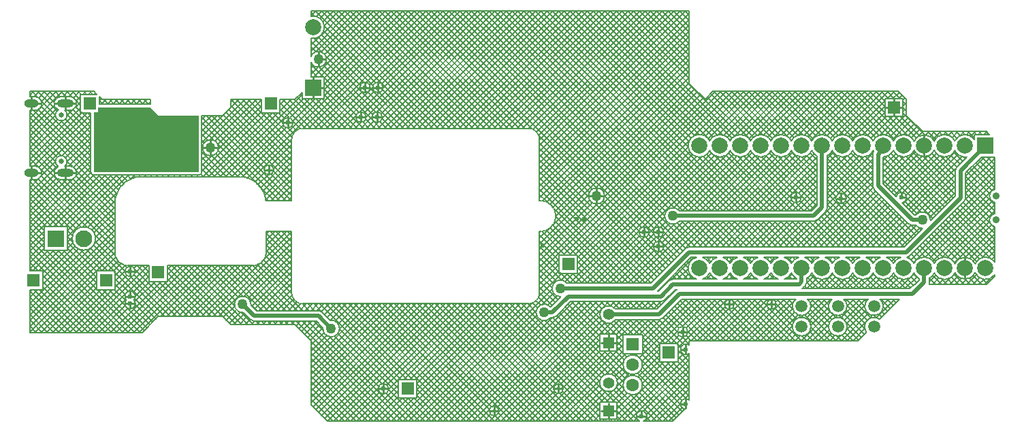
<source format=gbr>
%TF.GenerationSoftware,Altium Limited,Altium Designer,21.0.9 (235)*%
G04 Layer_Physical_Order=2*
G04 Layer_Color=16711680*
%FSLAX45Y45*%
%MOMM*%
%TF.SameCoordinates,4BE4B6C8-753D-4877-B088-52E4D9ED0B03*%
%TF.FilePolarity,Positive*%
%TF.FileFunction,Copper,L2,Bot,Signal*%
%TF.Part,Single*%
G01*
G75*
%TA.AperFunction,NonConductor*%
%ADD10C,0.20320*%
%ADD32C,0.25400*%
%TA.AperFunction,Conductor*%
%ADD33C,0.50000*%
%TA.AperFunction,ComponentPad*%
%ADD36C,2.00000*%
%ADD37R,2.00000X2.00000*%
%ADD38C,0.90000*%
%ADD39C,1.50000*%
%ADD40R,1.50000X1.50000*%
%ADD41R,1.50000X1.50000*%
%ADD42C,2.10000*%
%ADD43R,2.10000X2.10000*%
%ADD44R,1.60000X1.60000*%
%ADD45C,1.60000*%
%ADD46C,0.65000*%
%ADD47O,2.10000X1.00000*%
%ADD48O,1.80000X1.00000*%
%ADD49R,1.40000X1.40000*%
%ADD50C,1.40000*%
%TA.AperFunction,ViaPad*%
%ADD51C,0.50000*%
%ADD52C,1.27000*%
%ADD53C,0.60000*%
G36*
X5800000Y7900000D02*
X6300000D01*
Y7200000D01*
X5000000D01*
Y7945000D01*
X5055000D01*
Y8000000D01*
X5700000D01*
X5800000Y7900000D01*
D02*
G37*
D10*
X15945840Y7605764D02*
G03*
X15705000Y7583294I-113840J-81764D01*
G01*
Y7464706D02*
G03*
X15855710Y7385860I127000J59294D01*
G01*
X15705000Y7583294D02*
G03*
X15448505Y7577623I-127000J-59294D01*
G01*
D02*
G03*
X15199496Y7577623I-124503J-53623D01*
G01*
X15448505Y7470377D02*
G03*
X15705000Y7464706I129497J53623D01*
G01*
X15199496Y7470377D02*
G03*
X15448505Y7470377I124503J53623D01*
G01*
X15199496Y7577623D02*
G03*
X14942999Y7583294I-129497J-53623D01*
G01*
Y7464706D02*
G03*
X15199496Y7470377I127000J59294D01*
G01*
X14942999Y7583294D02*
G03*
X14689000Y7583294I-127000J-59294D01*
G01*
X14815160Y7383842D02*
G03*
X14942999Y7464706I840J140157D01*
G01*
X14689000D02*
G03*
X14694582Y7453983I127000J59294D01*
G01*
Y7453983D02*
G03*
X14684840Y7419710I55418J-34272D01*
G01*
X14694582Y7453983D02*
G03*
X14684840Y7419710I55418J-34272D01*
G01*
X14435001Y7464706D02*
G03*
X14689000Y7464706I127000J59294D01*
G01*
Y7583294D02*
G03*
X14435001Y7583294I-127000J-59294D01*
G01*
X16200000Y6982778D02*
G03*
X16200000Y6817222I20000J-82778D01*
G01*
Y6982778D02*
G03*
X16200000Y6817222I20000J-82778D01*
G01*
X15728925Y7259075D02*
G03*
X15709840Y7213000I46075J-46075D01*
G01*
X15728925Y7259075D02*
G03*
X15709840Y7213000I46075J-46075D01*
G01*
X15821075Y6828925D02*
G03*
X15840160Y6875000I-46075J46075D01*
G01*
X15821075Y6828925D02*
G03*
X15840160Y6875000I-46075J46075D01*
G01*
X15403661Y6600000D02*
G03*
X15219380Y6665160I-103660J0D01*
G01*
X16200000Y6682778D02*
G03*
X16200000Y6517222I20000J-82778D01*
G01*
Y6682778D02*
G03*
X16200000Y6517222I20000J-82778D01*
G01*
X15219380Y6534840D02*
G03*
X15304279Y6496429I80620J65160D01*
G01*
X15105560Y6880000D02*
G03*
X14975487Y6891664I-65560J0D01*
G01*
X15128925Y6553925D02*
G03*
X15175000Y6534840I46075J46075D01*
G01*
X15128925Y6553925D02*
G03*
X15175000Y6534840I46075J46075D01*
G01*
X15051665Y6815486D02*
G03*
X15105560Y6880000I-11664J64514D01*
G01*
X14684840Y7025000D02*
G03*
X14703925Y6978925I65160J0D01*
G01*
X14684840Y7025000D02*
G03*
X14703925Y6978925I65160J0D01*
G01*
X15106924Y6135209D02*
G03*
X15146075Y6153925I-6924J64791D01*
G01*
X15106924Y6135209D02*
G03*
X15146075Y6153925I-6924J64791D01*
G01*
X14435001Y7583294D02*
G03*
X14181000Y7583294I-127000J-59294D01*
G01*
D02*
G03*
X13927000Y7583294I-127000J-59294D01*
G01*
X14119160Y7399907D02*
G03*
X14181000Y7464706I-65160J124093D01*
G01*
X13927000D02*
G03*
X13988840Y7399907I127000J59294D01*
G01*
X13927000Y7583294D02*
G03*
X13673000Y7583294I-127000J-59294D01*
G01*
D02*
G03*
X13419000Y7583294I-127000J-59294D01*
G01*
Y7464706D02*
G03*
X13673000Y7464706I127000J59294D01*
G01*
X13419000Y7583294D02*
G03*
X13164999Y7583294I-127000J-59294D01*
G01*
X14181000Y7464706D02*
G03*
X14435001Y7464706I127000J59294D01*
G01*
X13673000D02*
G03*
X13927000Y7464706I127000J59294D01*
G01*
X13164999D02*
G03*
X13419000Y7464706I127000J59294D01*
G01*
X12911000D02*
G03*
X13164999Y7464706I127000J59294D01*
G01*
Y7583294D02*
G03*
X12911000Y7583294I-127000J-59294D01*
G01*
D02*
G03*
X12657000Y7583294I-127000J-59294D01*
G01*
D02*
G03*
X12657000Y7464706I-127000J-59294D01*
G01*
D02*
G03*
X12911000Y7464706I127000J59294D01*
G01*
X14355560Y6870000D02*
G03*
X14355560Y6870000I-65560J0D01*
G01*
X14100075Y6707925D02*
G03*
X14119160Y6754000I-46075J46075D01*
G01*
X14100075Y6707925D02*
G03*
X14119160Y6754000I-46075J46075D01*
G01*
X13950000Y6584840D02*
G03*
X13996075Y6603925I0J65160D01*
G01*
X13950000Y6584840D02*
G03*
X13996075Y6603925I0J65160D01*
G01*
X13795560Y6880000D02*
G03*
X13795560Y6880000I-65560J0D01*
G01*
X12280620Y6715160D02*
G03*
X12280620Y6584840I-80620J-65160D01*
G01*
X12085560Y6450000D02*
G03*
X12085560Y6450000I-65560J0D01*
G01*
X11905560D02*
G03*
X11905560Y6450000I-65560J0D01*
G01*
X11349060Y6900000D02*
G03*
X11349060Y6900000I-99060J0D01*
G01*
X12400000Y6265160D02*
G03*
X12353925Y6246075I0J-65160D01*
G01*
X12085560Y6270000D02*
G03*
X12085560Y6270000I-65560J0D01*
G01*
X12400000Y6265160D02*
G03*
X12353925Y6246075I0J-65160D01*
G01*
X16199998Y6081541D02*
G03*
X15956503Y6053623I-113999J-81541D01*
G01*
D02*
G03*
X15707497Y6053623I-124503J-53623D01*
G01*
X15450999Y6059294D02*
G03*
X15197000Y6059294I-127000J-59294D01*
G01*
X15707497Y6053623D02*
G03*
X15450999Y6059294I-129497J-53623D01*
G01*
X15956503Y5946377D02*
G03*
X16199998Y5918459I129497J53623D01*
G01*
X15707497Y5946377D02*
G03*
X15956503Y5946377I124503J53623D01*
G01*
X15450999Y5940706D02*
G03*
X15707497Y5946377I127000J59294D01*
G01*
X15031752Y6134840D02*
G03*
X14942999Y6059294I38248J-134840D01*
G01*
D02*
G03*
X14854248Y6134840I-127000J-59294D01*
G01*
X15197000Y6059294D02*
G03*
X15106924Y6135209I-127000J-59294D01*
G01*
X14689000Y5940706D02*
G03*
X14942999Y5940706I127000J59294D01*
G01*
X14777753Y6134840D02*
G03*
X14689000Y6059294I38248J-134840D01*
G01*
D02*
G03*
X14600249Y6134840I-127000J-59294D01*
G01*
X15389160Y5875907D02*
G03*
X15450999Y5940706I-65160J124093D01*
G01*
X15197000D02*
G03*
X15258839Y5875907I127000J59294D01*
G01*
X14942999Y5940706D02*
G03*
X15197000Y5940706I127000J59294D01*
G01*
X14015752Y6134840D02*
G03*
X13927000Y6059294I38248J-134840D01*
G01*
D02*
G03*
X13838248Y6134840I-127000J-59294D01*
G01*
X14269753D02*
G03*
X14181000Y6059294I38248J-134840D01*
G01*
D02*
G03*
X14092249Y6134840I-127000J-59294D01*
G01*
X13507751D02*
G03*
X13419000Y6059294I38248J-134840D01*
G01*
X13761752Y6134840D02*
G03*
X13673000Y6059294I38248J-134840D01*
G01*
D02*
G03*
X13584248Y6134840I-127000J-59294D01*
G01*
X14435001Y6059294D02*
G03*
X14346248Y6134840I-127000J-59294D01*
G01*
X14523752D02*
G03*
X14435001Y6059294I38248J-134840D01*
G01*
X13865160Y5875907D02*
G03*
X13927000Y5940706I-65160J124093D01*
G01*
X13673000D02*
G03*
X13734840Y5875907I127000J59294D01*
G01*
X13584248Y5865160D02*
G03*
X13673000Y5940706I-38249J134840D01*
G01*
X13253752Y6134840D02*
G03*
X13164999Y6059294I38248J-134840D01*
G01*
X13419000D02*
G03*
X13330247Y6134840I-127000J-59294D01*
G01*
X13164999Y5940706D02*
G03*
X13253751Y5865160I127000J59294D01*
G01*
X12911000Y6059294D02*
G03*
X12822247Y6134840I-127000J-59294D01*
G01*
X13164999Y6059294D02*
G03*
X13076248Y6134840I-127000J-59294D01*
G01*
X12999751D02*
G03*
X12911000Y6059294I38248J-134840D01*
G01*
X13419000Y5940706D02*
G03*
X13507751Y5865160I127000J59294D01*
G01*
X13330249D02*
G03*
X13419000Y5940706I-38249J134840D01*
G01*
X14435001D02*
G03*
X14689000Y5940706I127000J59294D01*
G01*
X14181000D02*
G03*
X14435001Y5940706I127000J59294D01*
G01*
X13927000D02*
G03*
X14181000Y5940706I127000J59294D01*
G01*
X13076250Y5865160D02*
G03*
X13164999Y5940706I-38249J134840D01*
G01*
X12822249Y5865160D02*
G03*
X12911000Y5940706I-38249J134840D01*
G01*
D02*
G03*
X12999751Y5865160I127000J59294D01*
G01*
X15384579Y5800000D02*
G03*
X15389160Y5824000I-60579J24000D01*
G01*
X15384579Y5800000D02*
G03*
X15389160Y5824000I-60579J24000D01*
G01*
X14625529Y5614840D02*
G03*
X14815160Y5527000I74471J-87840D01*
G01*
D02*
G03*
X14774471Y5614840I-115160J0D01*
G01*
X14175529D02*
G03*
X14365160Y5527000I74471J-87840D01*
G01*
X13915160D02*
G03*
X13874471Y5614840I-115160J0D01*
G01*
X14365160Y5527000D02*
G03*
X14324471Y5614840I-115160J0D01*
G01*
X14766805Y5366804D02*
G03*
X14606197Y5206197I-66804J-93804D01*
G01*
X14365160Y5273000D02*
G03*
X14365160Y5273000I-115160J0D01*
G01*
X13846075Y5783214D02*
G03*
X13865160Y5829290I-46075J46075D01*
G01*
X13846075Y5783214D02*
G03*
X13865160Y5829290I-46075J46075D01*
G01*
X13805901Y5745160D02*
G03*
X13816785Y5753925I-35190J54840D01*
G01*
X13805901Y5745160D02*
G03*
X13816785Y5753925I-35190J54840D01*
G01*
X13915160Y5273000D02*
G03*
X13915160Y5273000I-115160J0D01*
G01*
X13725529Y5614840D02*
G03*
X13915160Y5527000I74471J-87840D01*
G01*
X12960561Y5550000D02*
G03*
X12960561Y5550000I-60560J0D01*
G01*
X13485561D02*
G03*
X13485561Y5550000I-60560J0D01*
G01*
X12745752Y6134840D02*
G03*
X12657000Y6059294I38248J-134840D01*
G01*
D02*
G03*
X12568248Y6134840I-127000J-59294D01*
G01*
X12657000Y5940706D02*
G03*
X12745751Y5865160I127000J59294D01*
G01*
X12568249D02*
G03*
X12657000Y5940706I-38249J134840D01*
G01*
X12491752Y6134840D02*
G03*
X12491751Y5865160I38248J-134840D01*
G01*
X12200000D02*
G03*
X12153925Y5846075I0J-65160D01*
G01*
X12200000Y5865160D02*
G03*
X12153925Y5846075I0J-65160D01*
G01*
X12244810Y5734840D02*
G03*
X12233925Y5726075I35190J-54840D01*
G01*
X12244810Y5734840D02*
G03*
X12233925Y5726075I35190J-54840D01*
G01*
X12050000Y5584840D02*
G03*
X12096075Y5603925I0J65160D01*
G01*
X12050000Y5584840D02*
G03*
X12096075Y5603925I0J65160D01*
G01*
X12025000Y5359840D02*
G03*
X12071075Y5378925I0J65160D01*
G01*
X12025000Y5359840D02*
G03*
X12071075Y5378925I0J65160D01*
G01*
X11488823Y5490160D02*
G03*
X11488823Y5359840I-88823J-65160D01*
G01*
X12385560Y5210000D02*
G03*
X12385560Y5210000I-65560J0D01*
G01*
X12400000Y5041943D02*
G03*
X12400000Y4938057I-40000J-51943D01*
G01*
Y4361943D02*
G03*
X12345961Y4245961I-40000J-51943D01*
G01*
X11836421Y4100000D02*
G03*
X11875560Y4160000I-26421J60000D01*
G01*
D02*
G03*
X11783579Y4100000I-65560J0D01*
G01*
X11820160Y4800000D02*
G03*
X11820160Y4800000I-120160J0D01*
G01*
Y4546000D02*
G03*
X11820160Y4546000I-120160J0D01*
G01*
X11510160Y4575000D02*
G03*
X11510160Y4575000I-110160J0D01*
G01*
X7865160Y9000000D02*
G03*
X7700000Y9137912I-140160J0D01*
G01*
Y8562044D02*
G03*
X7890560Y8600000I91500J37956D01*
G01*
D02*
G03*
X7700000Y8637956I-99060J0D01*
G01*
Y8862088D02*
G03*
X7865160Y9000000I25000J137912D01*
G01*
X8595560Y8250000D02*
G03*
X8595560Y8250000I-65560J0D01*
G01*
X8585560Y7880000D02*
G03*
X8585560Y7880000I-65560J0D01*
G01*
X8435560Y8250000D02*
G03*
X8435560Y8250000I-65560J0D01*
G01*
X8385560Y7880000D02*
G03*
X8385560Y7880000I-65560J0D01*
G01*
X7475560Y7810000D02*
G03*
X7475560Y7810000I-65560J0D01*
G01*
X4783560Y8050000D02*
G03*
X4698000Y8135560I-85560J0D01*
G01*
X4350560Y8050000D02*
G03*
X4265000Y8135560I-85560J0D01*
G01*
X4588000D02*
G03*
X4557145Y7970197I0J-85560D01*
G01*
X4265000Y7964440D02*
G03*
X4350560Y8050000I0J85560D01*
G01*
X4698000Y7964440D02*
G03*
X4783560Y8050000I0J85560D01*
G01*
X4557145Y7970197D02*
G03*
X4665660Y7907000I35855J-63197D01*
G01*
X4557145Y7970197D02*
G03*
X4665660Y7907000I35855J-63197D01*
G01*
D02*
G03*
X4637498Y7964440I-72660J0D01*
G01*
X4665660Y7907000D02*
G03*
X4637498Y7964440I-72660J0D01*
G01*
X6549060Y7500000D02*
G03*
X6549060Y7500000I-99060J0D01*
G01*
X7235560Y7225000D02*
G03*
X7235560Y7225000I-60560J0D01*
G01*
X4783560Y7186000D02*
G03*
X4698000Y7271560I-85560J0D01*
G01*
X4665660Y7329000D02*
G03*
X4557145Y7265803I-72660J0D01*
G01*
X4637498Y7271560D02*
G03*
X4665660Y7329000I-44499J57440D01*
G01*
X4637498Y7271560D02*
G03*
X4665660Y7329000I-44499J57440D01*
G01*
D02*
G03*
X4557145Y7265803I-72660J0D01*
G01*
X4350560Y7186000D02*
G03*
X4265000Y7271560I-85560J0D01*
G01*
X4557145Y7265803D02*
G03*
X4588000Y7100440I30855J-79803D01*
G01*
X4265000D02*
G03*
X4350560Y7186000I0J85560D01*
G01*
X4698000Y7100440D02*
G03*
X4783560Y7186000I0J85560D01*
G01*
X10880620Y5815160D02*
G03*
X10804278Y5646428I-80620J-65160D01*
G01*
X10835560Y4500000D02*
G03*
X10835560Y4500000I-60560J0D01*
G01*
X10700000Y5384840D02*
G03*
X10746075Y5403925I0J65160D01*
G01*
X10700000Y5384840D02*
G03*
X10746075Y5403925I0J65160D01*
G01*
X10677118Y5519269D02*
G03*
X10680620Y5384840I-77118J-69269D01*
G01*
X10035560Y4225000D02*
G03*
X10035560Y4225000I-60560J0D01*
G01*
X8053660Y5250000D02*
G03*
X7939068Y5353082I-103660J0D01*
G01*
X7846918Y5260932D02*
G03*
X8053660Y5250000I103082J-10932D01*
G01*
X7838708Y5453442D02*
G03*
X7792633Y5472527I-46075J-46075D01*
G01*
X7838708Y5453442D02*
G03*
X7792633Y5472527I-46075J-46075D01*
G01*
X8665560Y4500000D02*
G03*
X8665560Y4500000I-65560J0D01*
G01*
X5020160Y6370000D02*
G03*
X5020160Y6370000I-145160J0D01*
G01*
X6953082Y5539068D02*
G03*
X6953660Y5550000I-103082J10932D01*
G01*
D02*
G03*
X6860932Y5446918I-103660J0D01*
G01*
X5497677Y5605000D02*
G03*
X5515560Y5650000I-47677J45000D01*
G01*
Y5560000D02*
G03*
X5497677Y5605000I-65560J0D01*
G01*
X6946558Y5361292D02*
G03*
X6992633Y5342207I46075J46075D01*
G01*
X6946558Y5361292D02*
G03*
X6992633Y5342207I46075J46075D01*
G01*
X5515560Y5960000D02*
G03*
X5515560Y5960000I-65560J0D01*
G01*
Y5650000D02*
G03*
X5402323Y5605000I-65560J0D01*
G01*
D02*
G03*
X5515560Y5560000I47677J-45000D01*
G01*
X15997845Y7664160D02*
X16033685Y7700000D01*
X16007880D02*
X16043719Y7664160D01*
X15936037Y7700000D02*
X15971878Y7664160D01*
X16079723Y7700000D02*
X16115562Y7664160D01*
X15905305Y7643462D02*
X15961844Y7700000D01*
X15852634Y7662633D02*
X15890002Y7700000D01*
X15300000Y7700000D02*
X16100000Y7700000D01*
X15792352D02*
X15828244Y7664110D01*
X15765585Y7647425D02*
X15818159Y7700000D01*
X15720511D02*
X15770544Y7649968D01*
X16100000Y7700000D02*
X16135840Y7664160D01*
X15945840D02*
X16135840D01*
X16069688D02*
X16102763Y7697236D01*
X15629021Y7654544D02*
X15674475Y7700000D01*
X15576826D02*
X15618709Y7658118D01*
X15566304Y7663671D02*
X15602634Y7700000D01*
X15504985D02*
X15544810Y7660174D01*
X15433144Y7700000D02*
X15495694Y7637449D01*
X15397107Y7638158D02*
X15458949Y7700000D01*
X15060561Y8072583D02*
X15100000Y8033143D01*
X15060561Y8020032D02*
X15100000Y8059472D01*
X15060561Y8091875D02*
X15084343Y8115657D01*
X15100000Y7900000D02*
Y8100000D01*
X15060561Y7889440D02*
Y8110560D01*
X15000000Y8200000D02*
X15100000Y8100000D01*
X15007404Y8110560D02*
X15048422Y8151578D01*
X15100000Y7900000D02*
X15300000Y7700000D01*
X15345026Y7657919D02*
X15387106Y7700000D01*
X15063759Y7664021D02*
X15199869Y7800131D01*
X15257254Y7641989D02*
X15315265Y7700000D01*
X15124648Y7653067D02*
X15235789Y7764210D01*
X15060561Y7948190D02*
X15100000Y7987630D01*
X15060561Y8000740D02*
X15100000Y7961301D01*
X15060561Y7928898D02*
X15330032Y7659426D01*
X15028175Y7889440D02*
X15269496Y7648120D01*
X15945840Y7605764D02*
Y7664160D01*
X15864195Y7700000D02*
X15945840Y7618355D01*
X15691449Y7441694D02*
X15801495Y7331647D01*
X15673192Y7626875D02*
X15746318Y7700000D01*
X15648669Y7700000D02*
X15729294Y7619375D01*
X15064497Y6802653D02*
X15712538Y7450695D01*
X15185561Y7444687D02*
X15709840Y6920408D01*
X15654646Y7406654D02*
X15765575Y7295725D01*
X15820688Y7384297D02*
X15837418Y7367567D01*
X15603314Y7386145D02*
X15729654Y7259804D01*
X15728925Y7259075D02*
X15855710Y7385860D01*
X15522182Y7395434D02*
X15709840Y7207776D01*
X15313222Y7388869D02*
X15709840Y6992250D01*
X15418736Y7427038D02*
X15709840Y7135934D01*
X15136339Y6730811D02*
X15794482Y7388954D01*
X15100418Y6766732D02*
X15746570Y7412885D01*
X15434006Y7603215D02*
X15530791Y7700000D01*
X15361301D02*
X15460654Y7600647D01*
X15167812Y7624388D02*
X15271712Y7728289D01*
X14956334Y7889440D02*
X15227039Y7618736D01*
X15197493Y7582228D02*
X15206010Y7590746D01*
X15375378Y7398554D02*
X15709840Y7064092D01*
X15149699Y7408706D02*
X15683128Y6875278D01*
X15099570Y7386994D02*
X15647208Y6839357D01*
X15060449Y6942289D02*
X15516307Y7398148D01*
X14956734Y6910416D02*
X15475125Y7428808D01*
X15022636Y7392085D02*
X15611285Y6803436D01*
X15098865Y6908863D02*
X15573901Y7383900D01*
X14863719Y8110560D02*
X14953159Y8200000D01*
X14839439Y8110560D02*
X15060561D01*
X14861301Y8200000D02*
X14950740Y8110560D01*
X14933144Y8200000D02*
X15022583Y8110560D01*
X14935561D02*
X15012502Y8187499D01*
X12700000Y8200000D02*
X15000000D01*
X14502090D02*
X15040968Y7661121D01*
X14341432Y7660114D02*
X14881317Y8200000D01*
X14430247D02*
X14990688Y7639561D01*
X14358406Y8200000D02*
X14954706Y7603700D01*
X14884492Y7889440D02*
X15118391Y7655541D01*
X14931416Y7603521D02*
X15163948Y7836052D01*
X14895493Y7639438D02*
X15128027Y7871973D01*
X14845279Y7661067D02*
X15100000Y7915788D01*
X14839439Y7889440D02*
X15060561D01*
X14768085Y7655715D02*
X15001810Y7889440D01*
X14662364Y7621836D02*
X14929968Y7889440D01*
X14214722Y8200000D02*
X14761565Y7653157D01*
X14267723Y7658248D02*
X14809476Y8200000D01*
X14115659Y7649869D02*
X14665791Y8200000D01*
X14156851Y7619218D02*
X14737633Y8200000D01*
X14142879D02*
X14718343Y7624537D01*
X14058051Y7664102D02*
X14593948Y8200000D01*
X13999194D02*
X14537241Y7661955D01*
X14071037Y8200000D02*
X14618983Y7652053D01*
X13927353Y8200000D02*
X14485748Y7641604D01*
X14645773Y8200000D02*
X14839439Y8006334D01*
X14789458Y8200000D02*
X14878899Y8110560D01*
X14717616Y8200000D02*
X14839439Y8078176D01*
X14620193Y7651508D02*
X14858125Y7889440D01*
X14839439D02*
Y8110560D01*
X14561000Y7664156D02*
X14839439Y7942597D01*
X14573932Y8200000D02*
X14839439Y7934492D01*
X14390482Y7637322D02*
X14839439Y8086281D01*
X14286565Y8200000D02*
X14822557Y7664007D01*
X14815160Y7271737D02*
X14969612Y7426189D01*
X14916537Y7426342D02*
X15575365Y6767515D01*
X14815160Y7056211D02*
X15209842Y7450893D01*
X14425465Y7600464D02*
X14839439Y8014439D01*
X14173576Y7450882D02*
X15216154Y6408304D01*
X14848972Y7018180D02*
X15244785Y7413994D01*
X14884891Y6982258D02*
X15294354Y7391721D01*
X14815160Y7051990D02*
Y7383842D01*
X14874435Y7396602D02*
X15539444Y6731594D01*
X14920813Y6946337D02*
X15371515Y7397040D01*
X14815160Y7199895D02*
X15011772Y7396507D01*
X14815160Y7343579D02*
X14863837Y7392256D01*
X14139600Y7413016D02*
X15180232Y6372383D01*
X14815160Y7128053D02*
X15070950Y7383843D01*
X14679604Y7447749D02*
X14687901Y7439451D01*
X13919443Y7597336D02*
X14522107Y8200000D01*
X14119160Y6863106D02*
X14685583Y7429530D01*
X14411020Y7428965D02*
X14684840Y7155144D01*
X14522224Y7389602D02*
X14684840Y7226987D01*
X14595714Y7387955D02*
X14684840Y7298829D01*
X14644684Y7410827D02*
X14684840Y7370671D01*
Y7025000D02*
Y7419710D01*
X14369894Y7398247D02*
X14684840Y7083302D01*
X14312392Y7383909D02*
X14686682Y7009619D01*
X14119160Y7078632D02*
X14464165Y7423636D01*
X14119160Y6934948D02*
X14568188Y7383977D01*
X14119160Y7006790D02*
X14507317Y7394947D01*
X16180354Y7383840D02*
X16200000Y7364195D01*
X16108513Y7383840D02*
X16200000Y7292353D01*
X16037990Y7383840D02*
X16200000D01*
X16200000Y6982778D02*
X16200000Y7383840D01*
X16037331Y7383181D02*
X16200000Y7220511D01*
X15965489Y7311338D02*
X16200000Y7076827D01*
X15929568Y7275417D02*
X16200000Y7004985D01*
X16001410Y7347259D02*
X16200000Y7148669D01*
X15840160Y6931737D02*
X16200000Y7291577D01*
X15840160Y7003579D02*
X16200000Y7363419D01*
X15893646Y7239496D02*
X16166714Y6966429D01*
X16200000Y6682778D02*
X16200000Y6817222D01*
X15840160Y7005614D02*
X16174065Y6671709D01*
X15837766Y6857501D02*
X16200000Y7219735D01*
X15840160Y7149299D02*
X16200000Y6789459D01*
X15840160Y7077457D02*
X16200000Y6717617D01*
X15839052Y6863038D02*
X16148779Y6553310D01*
X15840160Y7147263D02*
X16076736Y7383840D01*
X15840160Y7075421D02*
X16148579Y7383840D01*
X15840160Y7186010D02*
X16037990Y7383840D01*
X15857726Y7203575D02*
X16138071Y6923231D01*
X15840160Y6875000D02*
Y7186010D01*
X15214372Y6665160D02*
X15709840Y7160628D01*
Y6901990D02*
Y7213000D01*
X15398132Y6633395D02*
X15709840Y6945101D01*
X15840160Y6933772D02*
X16141328Y6632604D01*
X15403571Y6595722D02*
X15709840Y6901990D01*
X15369661Y6676764D02*
X15709840Y7016944D01*
X15322290Y6701235D02*
X15709840Y7088786D01*
X15201990Y6665160D02*
X15219380D01*
X15811198Y6819049D02*
X16200000Y6430248D01*
X15775278Y6783128D02*
X16200000Y6358406D01*
X15703436Y6711286D02*
X16199998Y6214722D01*
X15739357Y6747207D02*
X16199998Y6286564D01*
X15548293Y6136976D02*
X16200000Y6788682D01*
X15335480Y6139689D02*
X16200000Y7004208D01*
X15617607Y6134447D02*
X16200000Y6716840D01*
X15430544Y6091068D02*
X16170312Y6830837D01*
X16173309Y6528780D02*
X16200000Y6502090D01*
X16121614Y6135560D02*
X16199998Y6213945D01*
X16170055Y6112158D02*
X16199998Y6142103D01*
X16049550Y6135337D02*
X16199998Y6285787D01*
X15834229Y6135542D02*
X16200000Y6501313D01*
X15667516Y6675365D02*
X16199998Y6142880D01*
X15932899Y6090530D02*
X16200000Y6357629D01*
X15892058Y6121530D02*
X16200000Y6429471D01*
X15631593Y6639444D02*
X16142984Y6128053D01*
X15595673Y6603522D02*
X16061240Y6137955D01*
X15559752Y6567602D02*
X16009749Y6117604D01*
X15664940Y6109938D02*
X16136806Y6581804D01*
X15523831Y6531680D02*
X15972827Y6082684D01*
X15175000Y6534840D02*
X15219380D01*
X15390833Y6123200D02*
X16139590Y6871956D01*
X15266103Y6502039D02*
X15287996Y6480146D01*
X15487910Y6495759D02*
X15849205Y6134464D01*
X15451988Y6459838D02*
X15784763Y6127064D01*
X15344225Y6352075D02*
X15557629Y6138671D01*
X15416068Y6423917D02*
X15740221Y6099765D01*
X15380145Y6387996D02*
X15645073Y6123069D01*
X15236462Y6244312D02*
X15341740Y6139033D01*
X15200542Y6208391D02*
X15276917Y6132015D01*
X15308304Y6316154D02*
X15504881Y6119576D01*
X15272383Y6280233D02*
X15467017Y6085600D01*
X14815353Y7383841D02*
X15503522Y6695673D01*
X15172260Y6694890D02*
X15714455Y7237084D01*
X14815160Y7312193D02*
X15467603Y6659752D01*
X14815160Y7240351D02*
X15431680Y6623831D01*
X14119160Y7361614D02*
X15144312Y6336462D01*
X14703925Y6978925D02*
X15128925Y6553925D01*
X14119160Y7289772D02*
X15108391Y6300541D01*
X14119160Y7217930D02*
X15071930Y6265160D01*
X15105533Y6878135D02*
X15281647Y6702022D01*
X15082091Y6829736D02*
X15232854Y6678973D01*
X15159618Y6536682D02*
X15252075Y6444225D01*
X15051665Y6815486D02*
X15201990Y6665160D01*
X14670688Y6265160D02*
X15044189Y6638661D01*
X14815160Y7168509D02*
X15038135Y6945533D01*
X14815160Y7096667D02*
X14989735Y6922091D01*
X14815160Y7051990D02*
X14975487Y6891664D01*
X14325105Y6925368D02*
X14684840Y7285102D01*
X14354312Y6882731D02*
X14684840Y7213260D01*
X14249265Y6921369D02*
X14684840Y7356944D01*
X14349947Y6843458D02*
X14928246Y6265160D01*
X14455162D02*
X14936426Y6746424D01*
X14383319Y6265160D02*
X14900505Y6782345D01*
X14598846Y6265160D02*
X15008269Y6674582D01*
X14527003Y6265160D02*
X14972346Y6710503D01*
X14239635Y6265160D02*
X14828662Y6854187D01*
X14167793Y6265160D02*
X14792741Y6890108D01*
X14311478Y6265160D02*
X14864583Y6818266D01*
X14312968Y6808595D02*
X14856403Y6265160D01*
X15029900D02*
X15266605Y6501867D01*
X15073010Y6265160D02*
X15304279Y6496429D01*
X14958057Y6265160D02*
X15223236Y6530339D01*
X15159756Y6107650D02*
X16200000Y7147893D01*
X15146075Y6153925D02*
X15821075Y6828925D01*
X14742529Y6265160D02*
X15080110Y6602740D01*
X14119160Y7146088D02*
X15000089Y6265160D01*
X14886214D02*
X15158119Y6537065D01*
X14814372Y6265160D02*
X15116031Y6566819D01*
X14986723Y6134840D02*
X15000085Y6121477D01*
X15164619Y6172470D02*
X15231653Y6105437D01*
X15125298Y6139951D02*
X15150536Y6114712D01*
X12400000Y6265160D02*
X15073010D01*
X14854248Y6134840D02*
X15031752D01*
X14924863Y6088282D02*
X14971420Y6134840D01*
X14914880D02*
X14961273Y6088449D01*
X14119160Y6930561D02*
X14784561Y6265160D01*
X14095950D02*
X14756821Y6926029D01*
X14111272Y6722923D02*
X14569035Y6265160D01*
X14119160Y6858719D02*
X14712720Y6265160D01*
X14119160Y6786877D02*
X14640877Y6265160D01*
X13880424D02*
X14684840Y7069575D01*
X13808582Y6265160D02*
X14684840Y7141418D01*
X14024109Y6265160D02*
X14720898Y6961950D01*
X13952267Y6265160D02*
X14689053Y7001947D01*
X14600249Y6134840D02*
X14777753D01*
X14886105Y6121367D02*
X14899579Y6134840D01*
X14736456Y6115402D02*
X14755894Y6134840D01*
X14699355D02*
X14726408Y6107787D01*
X14654507Y6105295D02*
X14684052Y6134840D01*
X14346248D02*
X14523752D01*
X14077251Y6685101D02*
X14497192Y6265160D01*
X14483829Y6134840D02*
X14495363Y6123306D01*
X14419115Y6085430D02*
X14468526Y6134840D01*
X13611047Y7648152D02*
X14162897Y8200000D01*
X13711827D02*
X14257198Y7654629D01*
X13568143Y8200000D02*
X14121072Y7647069D01*
X13651273Y7616534D02*
X14234738Y8200000D01*
X13639984D02*
X14212965Y7627020D01*
X13496300Y8200000D02*
X14033629Y7662671D01*
X13554929Y7663875D02*
X14091054Y8200000D01*
X13424458D02*
X13980882Y7643576D01*
X13413348Y7594137D02*
X14019212Y8200000D01*
X13380255Y7632885D02*
X13947369Y8200000D01*
X13885400Y7635137D02*
X14450264Y8200000D01*
X13783669D02*
X14320026Y7663643D01*
X13766734Y7660155D02*
X14306580Y8200000D01*
X13855511D02*
X14448827Y7606684D01*
X13837479Y7659056D02*
X14378423Y8200000D01*
X13265273Y7661588D02*
X13803685Y8200000D01*
X13280774D02*
X13817741Y7663033D01*
X13208932Y8200000D02*
X13752917Y7656015D01*
X13145627Y7613784D02*
X13731844Y8200000D01*
X13137090D02*
X13707652Y7629437D01*
X13051653Y7663493D02*
X13588159Y8200000D01*
X12993405D02*
X13530145Y7663260D01*
X13106360Y7646359D02*
X13660001Y8200000D01*
X13065247D02*
X13626535Y7638712D01*
X13660712Y7604535D02*
X13675970Y7589278D01*
X13407512Y7444617D02*
X13421848Y7458953D01*
X13352615Y8200000D02*
X13943016Y7609600D01*
X13333426Y7657898D02*
X13875526Y8200000D01*
X13161307Y7457363D02*
X13183981Y7434687D01*
X14119160Y7294159D02*
X14231535Y7406535D01*
X14119160Y7366001D02*
X14194678Y7441519D01*
X14119160Y7150474D02*
X14364354Y7395668D01*
X14119160Y6754000D02*
Y7399907D01*
X13865279Y7399969D02*
X13988840Y7276407D01*
X13905437Y7431653D02*
X13988840Y7348249D01*
Y6780991D02*
Y7399907D01*
X13399786Y7434408D02*
X13988840Y6845355D01*
X14119160Y7222317D02*
X14282942Y7386098D01*
X14119160Y7074245D02*
X14263458Y6929947D01*
X13809259Y7384146D02*
X13988840Y7204565D01*
X14119160Y7002403D02*
X14228595Y6892968D01*
X13793428Y6896584D02*
X13988840Y7091997D01*
X13396477Y6715160D02*
X13988840Y7307523D01*
X13324635Y6715160D02*
X13988840Y7379365D01*
X13683846Y6715160D02*
X13988840Y7020155D01*
X13468320Y6715160D02*
X13988840Y7235681D01*
X13667477Y7454086D02*
X13988840Y7132723D01*
X13634448Y7415272D02*
X13988840Y7060881D01*
X13252792Y6715160D02*
X13958781Y7421149D01*
X13202687Y7415981D02*
X13688179Y6930489D01*
X13129231Y7417596D02*
X13664482Y6882344D01*
X13037267Y6715160D02*
X13726665Y7404557D01*
X12965424Y6715160D02*
X13688863Y7438599D01*
X13587694Y7390185D02*
X13988840Y6989039D01*
X13762141Y6937140D02*
X13988840Y7163839D01*
X13305972Y7384538D02*
X13747266Y6943246D01*
X13519708Y7386328D02*
X13988840Y6917197D01*
X13360587Y7401767D02*
X13985101Y6777252D01*
X13083540Y7391444D02*
X13759824Y6715160D01*
X13017845Y7385297D02*
X13687982Y6715160D01*
X13180951D02*
X13866307Y7400516D01*
X13109108Y6715160D02*
X13779321Y7385374D01*
X12548233Y7662969D02*
X13085265Y8200000D01*
X12601599Y7644492D02*
X13157106Y8200000D01*
X11490511Y9200000D02*
X13026799Y7663712D01*
X12639916Y7610968D02*
X13228947Y8200000D01*
X12457181Y7643759D02*
X13013422Y8200000D01*
X11274984Y9200000D02*
X12814093Y7660891D01*
X11203142Y9200000D02*
X12744626Y7658516D01*
X11418669Y9200000D02*
X12971362Y7647306D01*
X11346826Y9200000D02*
X12931596Y7615230D01*
X12875041Y7630566D02*
X13444475Y8200000D01*
X12921564D02*
X13476086Y7645477D01*
X12829279Y7656645D02*
X13372633Y8200000D01*
X12946420Y7630103D02*
X13516318Y8200000D01*
X12849721D02*
X13437273Y7612449D01*
X12777879Y8200000D02*
X13315746Y7662134D01*
X12763433Y7662643D02*
X13300790Y8200000D01*
X12706037D02*
X13248724Y7657312D01*
X12667097Y8167097D02*
X13202408Y7631787D01*
X12280774Y9200000D02*
X12400000Y9080774D01*
X12208932Y9200000D02*
X12400000Y9008932D01*
X12352616Y9200000D02*
X12400000Y9152616D01*
X12065248Y9200000D02*
X12400000Y8865247D01*
X12137090Y9200000D02*
X12400000Y8937090D01*
X11921563Y9200000D02*
X12400000Y8721563D01*
X11993406Y9200000D02*
X12400000Y8793405D01*
X11777879Y9200000D02*
X12400000Y8577879D01*
X11849721Y9200000D02*
X12400000Y8649721D01*
X11634195Y9200000D02*
X12400000Y8434195D01*
Y8300000D02*
Y9200000D01*
X11706037D02*
X12400000Y8506037D01*
X12600000Y8100000D02*
X12700000Y8200000D01*
X12400000Y8300000D02*
X12600000Y8100000D01*
X10987628Y9200000D02*
X12523614Y7664014D01*
X11562353Y9200000D02*
X12400000Y8362353D01*
X11131300Y9200000D02*
X12697229Y7634071D01*
X10915786Y9200000D02*
X12466723Y7649063D01*
X12712097Y7403689D02*
X13400626Y6715160D01*
X12894070Y7437229D02*
X13616141Y6715160D01*
X12749898D02*
X13453465Y7418728D01*
X12462529Y6715160D02*
X13183115Y7435745D01*
X12631176Y8131177D02*
X13169768Y7592586D01*
X12678056Y6715160D02*
X13371384Y7408488D01*
X12623952Y7419991D02*
X13328784Y6715160D01*
X12821741D02*
X13498659Y7392077D01*
X12802554Y7385073D02*
X13472469Y6715160D01*
X12606214D02*
X13275830Y7384776D01*
X12893582Y6715160D02*
X13563339Y7384917D01*
X12855827Y7403643D02*
X13544310Y6715160D01*
X12515687Y7384573D02*
X13185100Y6715160D01*
X12390687D02*
X13061320Y7385794D01*
X12579304Y7392798D02*
X13256943Y6715160D01*
X12534371D02*
X13221863Y7402651D01*
X12907182Y7590865D02*
X12931897Y7615580D01*
X11348919Y6894707D02*
X12577106Y8122894D01*
X11334335Y6951966D02*
X12541184Y8158815D01*
X11059470Y9200000D02*
X12663643Y7595827D01*
X11236871Y6998186D02*
X12469342Y8230657D01*
X10906740Y6165160D02*
X12941580Y8200000D01*
X11297471Y6986944D02*
X12505264Y8194736D01*
X12212860Y6752859D02*
X12915640Y7455640D01*
X12655063Y7460722D02*
X12663689Y7452097D01*
X12318845Y6715160D02*
X12994460Y7390774D01*
X12263656Y6731813D02*
X12948216Y7416373D01*
X11885428Y6497269D02*
X12772474Y7384315D01*
X11831296Y6514980D02*
X12717135Y7400818D01*
X10978582Y6165160D02*
X12410241Y7596819D01*
X11015160Y6129896D02*
X12391031Y7505767D01*
X14119160Y6791264D02*
X14238631Y6910735D01*
X13827530Y6715160D02*
X13988840Y6876470D01*
X13755687Y6715160D02*
X13988840Y6948312D01*
X13736740Y6265160D02*
X14277269Y6805688D01*
X13664899Y6265160D02*
X14234631Y6834894D01*
X13996075Y6603925D02*
X14100075Y6707925D01*
X13674631Y6584840D02*
X13994310Y6265160D01*
X13923009Y6715160D02*
X13988840Y6780991D01*
X13890144Y6584840D02*
X14209824Y6265160D01*
X13746460Y6584840D02*
X14066141Y6265160D01*
X13793246Y6897265D02*
X13949181Y6741330D01*
X13780489Y6838179D02*
X13903510Y6715160D01*
X13612003D02*
X13713416Y6816572D01*
X13540161Y6715160D02*
X13672861Y6847858D01*
X13899371Y6715160D02*
X13988840Y6804628D01*
X13521214Y6265160D02*
X13840894Y6584840D01*
X13732344Y6814482D02*
X13831667Y6715160D01*
X13593056Y6265160D02*
X13912737Y6584840D01*
X13530946D02*
X13850626Y6265160D01*
X13162003D02*
X13481683Y6584840D01*
X13099893D02*
X13419572Y6265160D01*
X13459103Y6584840D02*
X13778784Y6265160D01*
X13171735Y6584840D02*
X13491415Y6265160D01*
X14041330Y6649180D02*
X14425351Y6265160D01*
X14005409Y6613259D02*
X14353510Y6265160D01*
X13961044Y6585783D02*
X14281667Y6265160D01*
X13909103Y6134840D02*
X13949991Y6093952D01*
X13876434Y6117485D02*
X13893790Y6134840D01*
X13602788Y6584840D02*
X13922469Y6265160D01*
X13449371D02*
X13769052Y6584840D01*
X13818301D02*
X14137982Y6265160D01*
X13584248Y6134840D02*
X13761752D01*
X14241585Y6123425D02*
X14253000Y6134840D01*
X14381306Y6119462D02*
X14396684Y6134840D01*
X14196460D02*
X14221230Y6110071D01*
X14411986Y6134840D02*
X14455595Y6091230D01*
X14149191Y6102875D02*
X14181158Y6134840D01*
X14092249D02*
X14269753D01*
X13838248D02*
X14015752D01*
X13980946D02*
X13990723Y6125063D01*
X13913301Y6082510D02*
X13965631Y6134840D01*
X13305688Y6265160D02*
X13625368Y6584840D01*
X13315419D02*
X13635098Y6265160D01*
X13243578Y6584840D02*
X13563257Y6265160D01*
X13387262Y6584840D02*
X13706943Y6265160D01*
X13377530D02*
X13697211Y6584840D01*
X13233846Y6265160D02*
X13553526Y6584840D01*
X13090161Y6265160D02*
X13409840Y6584840D01*
X13138364Y6097836D02*
X13175368Y6134840D01*
X13096194Y6127508D02*
X13103526Y6134840D01*
X13600648Y6129067D02*
X13606421Y6134840D01*
X13743558Y6128293D02*
X13750105Y6134840D01*
X13478052D02*
X13486151Y6126740D01*
X13693578Y6134840D02*
X13716124Y6112293D01*
X13643811Y6100388D02*
X13678262Y6134840D01*
X13330247D02*
X13507751D01*
X13371492Y6115438D02*
X13390894Y6134840D01*
X13406209D02*
X13444447Y6096601D01*
X13190681Y6134840D02*
X13211081Y6114442D01*
X12280620Y6715160D02*
X13923009D01*
X12884367Y6584840D02*
X13204047Y6265160D01*
X12956209Y6584840D02*
X13275890Y6265160D01*
X12946477D02*
X13266158Y6584840D01*
X12043172Y6511329D02*
X12118187Y6586344D01*
X11905398Y6445397D02*
X12097141Y6637140D01*
X12085452Y6266240D02*
X12404052Y6584840D01*
X12065024Y6317654D02*
X12332210Y6584840D01*
X12280620D02*
X13950000D01*
X12204354Y6546431D02*
X12485626Y6265160D01*
X12080033Y6476347D02*
X12158636Y6554951D01*
X13028052Y6584840D02*
X13347731Y6265160D01*
X13018320D02*
X13337999Y6584840D01*
X12010377Y6334850D02*
X12224903Y6549376D01*
X11349053Y6898837D02*
X11777644Y6470246D01*
X11898776Y6420957D02*
X11990957Y6328776D01*
X11860246Y6387645D02*
X11957645Y6290246D01*
X12596998Y6584840D02*
X12916678Y6265160D01*
X12659109D02*
X12978789Y6584840D01*
X12587266Y6265160D02*
X12906946Y6584840D01*
X12730951Y6265160D02*
X13050632Y6584840D01*
X12668840D02*
X12988519Y6265160D01*
X12453314Y6584840D02*
X12772994Y6265160D01*
X12443582D02*
X12763262Y6584840D01*
X12525156D02*
X12844836Y6265160D01*
X12515424D02*
X12835104Y6584840D01*
X12874635Y6265160D02*
X13194315Y6584840D01*
X13076248Y6134840D02*
X13253752D01*
X12975156D02*
X12981659Y6128337D01*
X12903314Y6134840D02*
X12938969Y6099185D01*
X12866481Y6113322D02*
X12887999Y6134840D01*
X12802792Y6265160D02*
X13122473Y6584840D01*
X12740682D02*
X13060362Y6265160D01*
X12812524Y6584840D02*
X13132205Y6265160D01*
X12822247Y6134840D02*
X12999751D01*
X12309630Y6584840D02*
X12629310Y6265160D01*
X12381472Y6584840D02*
X12701152Y6265160D01*
X12258323Y6564304D02*
X12557468Y6265160D01*
X12085559Y6449700D02*
X12321554Y6213705D01*
X12062949Y6400468D02*
X12285633Y6177784D01*
X12005514Y6386060D02*
X12249712Y6141863D01*
X12591659Y6125869D02*
X12600631Y6134840D01*
X12568248D02*
X12745752D01*
X12426990D02*
X12491752D01*
X12687787D02*
X12706106Y6116522D01*
X12632851Y6095218D02*
X12672473Y6134840D01*
X11005099Y6165160D02*
X11015160Y6155099D01*
X12413705Y6121555D02*
X12433557Y6101703D01*
X12078776Y6240957D02*
X12213791Y6105942D01*
X16199998Y6081541D02*
X16200000Y6517222D01*
X15192342Y6068392D02*
X16200000Y7076051D01*
X15698474Y6071630D02*
X16163303Y6536458D01*
X15701070Y6067073D02*
X15709689Y6058453D01*
X16199998Y5900000D02*
Y5918459D01*
X16168684Y5886827D02*
X16177756Y5877756D01*
X16119714Y5863955D02*
X16141833Y5841834D01*
X16046223Y5865602D02*
X16105913Y5805913D01*
X15697836Y5927308D02*
X15710471Y5939942D01*
X15389160Y5834158D02*
X15468062Y5913060D01*
X15184712Y6080535D02*
X15199969Y6065278D01*
X14686134Y6065080D02*
X14700598Y6079544D01*
X14627513Y6134840D02*
X14693767Y6068586D01*
X15191478Y5930086D02*
X15258839Y5862723D01*
X15389160Y5824000D02*
Y5875907D01*
X15258839Y5850991D02*
Y5875907D01*
X15176411Y5908778D02*
X15200800Y5933167D01*
X14685306Y5933363D02*
X14707982Y5910687D01*
X15158449Y5891272D02*
X15228786Y5820936D01*
X15857896Y5800000D02*
X15973842Y5915945D01*
X15929739Y5800000D02*
X16011205Y5881466D01*
X15697575Y5926882D02*
X15824458Y5800000D01*
X16100000D02*
X16199998Y5900000D01*
X15931766Y5908220D02*
X16039984Y5800000D01*
X15663600Y5889016D02*
X15752615Y5800000D01*
X15429437Y5907653D02*
X15537090Y5800000D01*
X15642371D02*
X15741470Y5899100D01*
X15570528Y5800000D02*
X15650693Y5880164D01*
X15890453Y5877690D02*
X15968143Y5800000D01*
X15831860Y5864440D02*
X15896300Y5800000D01*
X15786055D02*
X15851974Y5865919D01*
X16073424Y5800000D02*
X16147453Y5874031D01*
X16001581Y5800000D02*
X16063275Y5861694D01*
X15545200Y5863732D02*
X15608932Y5800000D01*
X15498686D02*
X15559723Y5861037D01*
X15714214Y5800000D02*
X15786513Y5872300D01*
X15615755Y5865020D02*
X15680774Y5800000D01*
X14923787Y5910408D02*
X15089035Y5745160D01*
X15426843Y5800000D02*
X15506371Y5879526D01*
X14884586Y5877767D02*
X15017194Y5745160D01*
X15084636D02*
X15232932Y5893457D01*
X15012793Y5745160D02*
X15161221Y5893589D01*
X14653230Y5893596D02*
X14801666Y5745160D01*
X14581741D02*
X14727718Y5891137D01*
X14797267Y5745160D02*
X14962350Y5910243D01*
X14726688Y5891981D02*
X14873508Y5745160D01*
X15389278Y5875969D02*
X15465247Y5800000D01*
X15111694Y5866185D02*
X15188940Y5788940D01*
X15043709Y5862328D02*
X15153018Y5753018D01*
X14940952Y5745160D02*
X15056302Y5860511D01*
X14869109Y5745160D02*
X15001608Y5877659D01*
X14653583Y5745160D02*
X14774536Y5866113D01*
X14607539Y5867444D02*
X14729823Y5745160D01*
X14829971Y5860538D02*
X14945351Y5745160D01*
X14725426D02*
X14842665Y5862400D01*
X14124631Y6134840D02*
X14187643Y6071827D01*
X13621735Y6134840D02*
X13681587Y6074988D01*
X14179063Y5936722D02*
X14187689Y5928097D01*
X13584248Y5865160D02*
X13734840D01*
X13624109D02*
X13682515Y5923566D01*
X13642603Y5898447D02*
X13675890Y5865160D01*
X13407417Y6079521D02*
X13462737Y6134840D01*
X13118840D02*
X13175603Y6078079D01*
X12901465Y6076464D02*
X12959840Y6134840D01*
X13406442Y5919081D02*
X13460362Y5865160D01*
X13408583D02*
X13445612Y5902189D01*
X13370079Y5883602D02*
X13388519Y5865160D01*
X13480424D02*
X13487772Y5872507D01*
X13193056Y5865160D02*
X13212479Y5884583D01*
X13137186Y5900969D02*
X13172993Y5865160D01*
X13330249D02*
X13507751D01*
X14294373Y5745160D02*
X14456705Y5907492D01*
X14509898Y5745160D02*
X14694633Y5929894D01*
X14418071Y5913229D02*
X14586140Y5745160D01*
X14007004D02*
X14188538Y5926695D01*
X14147952Y5895991D02*
X14298784Y5745160D01*
X14078847D02*
X14222569Y5888885D01*
X14379826Y5879643D02*
X14514310Y5745160D01*
X14366214D02*
X14496919Y5875865D01*
X14326555Y5861073D02*
X14442468Y5745160D01*
X14541846Y5861297D02*
X14657982Y5745160D01*
X14438055D02*
X14553024Y5860128D01*
X14150688Y5745160D02*
X14270483Y5864954D01*
X14103304Y5868798D02*
X14226942Y5745160D01*
X14236098Y5879689D02*
X14370625Y5745160D01*
X14222530D02*
X14341199Y5863829D01*
X13121214Y5865160D02*
X13176562Y5920508D01*
X13695950Y5865160D02*
X13717490Y5886699D01*
X13912292Y5916124D02*
X14083257Y5745160D01*
X13864143Y5817826D02*
X13951125Y5904808D01*
X12900522Y5922106D02*
X12957468Y5865160D01*
X12905688D02*
X12940164Y5899636D01*
X13865160Y5829290D02*
Y5875907D01*
X13863319Y5745160D02*
X13992307Y5874148D01*
X13734840Y5865160D02*
Y5875907D01*
X14039687Y5860573D02*
X14155099Y5745160D01*
X13874988Y5881587D02*
X14011415Y5745160D01*
X12822249Y5865160D02*
X12999751D01*
X12977530D02*
X12983318Y5870947D01*
X13076250Y5865160D02*
X13253751D01*
X13094556Y5871757D02*
X13101152Y5865160D01*
X15207851Y5800000D02*
X15258839Y5850991D01*
X15384579Y5800000D02*
X16100000Y5800000D01*
X15386797Y5806609D02*
X15393405Y5800000D01*
X15145160Y5745160D02*
X15200000Y5800000D01*
X15207851D01*
X14792026Y5596233D02*
X14810632Y5614840D01*
X14931985D02*
X14973413Y5573413D01*
X15003828Y5614840D02*
X15009334Y5609334D01*
X14813589Y5545956D02*
X14882474Y5614840D01*
X14860144D02*
X14937492Y5537492D01*
X14814690Y5516609D02*
X14865649Y5465650D01*
X14774471Y5614840D02*
X15014841D01*
X14788303D02*
X14901572Y5501571D01*
X14724910Y5385434D02*
X14954317Y5614840D01*
X14796031Y5463439D02*
X14829735Y5429735D01*
X14069893Y5614840D02*
X14136765Y5547968D01*
X14141734Y5614840D02*
X14159000Y5597575D01*
X13935162Y5745160D02*
X14049902Y5859900D01*
X13998051Y5614840D02*
X14227042Y5385849D01*
X13874471Y5614840D02*
X14175529D01*
X13905910Y5572223D02*
X13948526Y5614840D01*
X13913593Y5508065D02*
X14020367Y5614840D01*
X14500946D02*
X14584904Y5530880D01*
X14572787Y5614840D02*
X14601299Y5586329D01*
X14365149Y5528569D02*
X14451421Y5614840D01*
X14759329Y5428299D02*
X14793814Y5393814D01*
X14703880Y5411905D02*
X14732227Y5383559D01*
X14324471Y5614840D02*
X14625529D01*
X14349580Y5584842D02*
X14379579Y5614840D01*
X14221040Y5384459D02*
X14248431Y5411851D01*
X14429103Y5614840D02*
X14662173Y5381770D01*
X14766805Y5366804D02*
X15014841Y5614840D01*
X14364853Y5535407D02*
X14590773Y5309486D01*
X14358580Y5234631D02*
X14597826Y5473876D01*
X14359808Y5307701D02*
X14584990Y5532883D01*
X14357262Y5614840D02*
X14618121Y5353980D01*
X14289571Y5381148D02*
X14523264Y5614840D01*
X14333047Y5352782D02*
X14595105Y5614840D01*
X14352974Y5475443D02*
X14590227Y5238190D01*
X14637096Y5369461D02*
X14681044Y5413411D01*
X14367633Y5100000D02*
X14603539Y5335905D01*
X14499998Y5100000D02*
X14606197Y5206197D01*
X14439474Y5100000D02*
X14587566Y5248091D01*
X14320575Y5436000D02*
X14578287Y5178288D01*
X14340434Y5344299D02*
X14542366Y5142367D01*
X14295792Y5100000D02*
X14630766Y5434975D01*
X14362848Y5250043D02*
X14506445Y5106446D01*
X13926208Y5614840D02*
X14178094Y5362953D01*
X14270969Y5413765D02*
X14321300Y5363434D01*
X13913506Y5292451D02*
X14135524Y5514469D01*
X13936580Y5100000D02*
X14138541Y5301960D01*
X13891776Y5342564D02*
X14164052Y5614840D01*
X13910793Y5558414D02*
X14146243Y5322964D01*
X13880688Y5444834D02*
X14225523Y5100000D01*
X13908620Y5488744D02*
X14135367Y5261998D01*
X14223949Y5100000D02*
X14288370Y5164420D01*
X14238998Y5158367D02*
X14297365Y5100000D01*
X14152107D02*
X14215298Y5163192D01*
X14339954Y5201096D02*
X14441049Y5100000D01*
X14299963Y5169243D02*
X14369206Y5100000D01*
X13914995Y5266843D02*
X14081837Y5100000D01*
X13897800Y5212196D02*
X14009996Y5100000D01*
X14080264D02*
X14170219Y5189954D01*
X14008423Y5100000D02*
X14141852Y5233429D01*
X13816785Y5753925D02*
X13846075Y5783214D01*
X13864523Y5820209D02*
X13939574Y5745160D01*
X13837875Y5775015D02*
X13867731Y5745160D01*
X13805901D02*
X15145160D01*
X13638840Y5614840D02*
X13690630Y5563052D01*
X13764337Y5417501D02*
X13793843Y5387995D01*
X13793504Y5387977D02*
X13818936Y5413408D01*
X13710683Y5614840D02*
X13717834Y5607688D01*
X13852742Y5375372D02*
X14092210Y5614840D01*
X12306990D02*
X13725529D01*
X13495155D02*
X13739195Y5370800D01*
X13485503Y5552652D02*
X13703032Y5335122D01*
X13439572Y5608781D02*
X13445631Y5614840D01*
X13479349Y5576716D02*
X13517473Y5614840D01*
X13351472D02*
X13378055Y5588257D01*
X13566998Y5614840D02*
X13690501Y5491337D01*
X13279630Y5614840D02*
X13370158Y5524311D01*
X12930321Y5602424D02*
X12942735Y5614840D01*
X12920419D02*
X12938570Y5596690D01*
X12959731Y5559992D02*
X13014578Y5614840D01*
X13463257Y5503055D02*
X13685130Y5281181D01*
X13399310Y5495159D02*
X13794470Y5100000D01*
X13361844Y5100000D02*
X13713184Y5451339D01*
X13290002Y5100000D02*
X13688438Y5498437D01*
X13864738Y5100000D02*
X14192159Y5427420D01*
X13792896Y5100000D02*
X14154921Y5462024D01*
X13218159Y5100000D02*
X13697340Y5579181D01*
X13146317Y5100000D02*
X13661159Y5614840D01*
X13207787D02*
X13722627Y5100000D01*
X13135945Y5614840D02*
X13650786Y5100000D01*
X13721054D02*
X13780550Y5159495D01*
X13808182Y5158131D02*
X13866312Y5100000D01*
X13649213D02*
X13730437Y5181224D01*
X13836052Y5417629D02*
X14153680Y5100000D01*
X13862122Y5176032D02*
X13938155Y5100000D01*
X12400000Y5100000D02*
X14499998Y5100000D01*
X13433685Y5100000D02*
X13754778Y5421091D01*
X13577370Y5100000D02*
X13697627Y5220258D01*
X13505528Y5100000D02*
X13685023Y5279495D01*
X12643423Y5100000D02*
X13158263Y5614840D01*
X12704893D02*
X13219733Y5100000D01*
X12633050Y5614840D02*
X13147891Y5100000D01*
X12787107D02*
X13301947Y5614840D01*
X12715265Y5100000D02*
X13230106Y5614840D01*
X12489366D02*
X13004205Y5100000D01*
X12417524Y5614840D02*
X12932364Y5100000D01*
X12571580D02*
X13086421Y5614840D01*
X12561208D02*
X13076048Y5100000D01*
X13074475D02*
X13589314Y5614840D01*
X13002634Y5100000D02*
X13398285Y5495651D01*
X12949002Y5514415D02*
X13363417Y5100000D01*
X13064104Y5614840D02*
X13578944Y5100000D01*
X12992261Y5614840D02*
X13507101Y5100000D01*
X12858949Y5100000D02*
X13373788Y5614840D01*
X12902098Y5489476D02*
X13291576Y5100000D01*
X12946690Y5588569D02*
X13435258Y5100000D01*
X12930791D02*
X13366219Y5535428D01*
X12615945Y6134840D02*
X12669686Y6081099D01*
X12305941Y6013791D02*
X12454573Y5865160D01*
X12330951D02*
X12404131Y5938341D01*
X12377783Y6085633D02*
X12403359Y6060058D01*
X12185672Y5863565D02*
X12456947Y6134840D01*
X12618319Y5865160D02*
X12670678Y5917519D01*
X12690161Y5865160D02*
X12707536Y5882535D01*
X12631703Y5903556D02*
X12670099Y5865160D01*
X12865099Y5885686D02*
X12885625Y5865160D01*
X12833846D02*
X12840353Y5871668D01*
X12200000Y5865160D02*
X12491751D01*
X12402793D02*
X12434782Y5897149D01*
X12568249Y5865160D02*
X12745751D01*
X12590058Y5873359D02*
X12598257Y5865160D01*
X12341863Y6049713D02*
X12389851Y6001724D01*
X12234099Y5941949D02*
X12310889Y5865160D01*
X12198178Y5906028D02*
X12239046Y5865160D01*
X12259109D02*
X12389899Y5995950D01*
X12270020Y5977870D02*
X12382731Y5865160D01*
X12040246Y6207644D02*
X12177870Y6070021D01*
X12162257Y5870107D02*
X12173042Y5859322D01*
X11923009Y5815160D02*
X12353925Y6246075D01*
X12226991Y5734840D02*
X12244810D01*
X12226336Y5734186D02*
X12234187Y5726335D01*
X12126336Y5834186D02*
X12134186Y5826336D01*
X12090415Y5798265D02*
X12098265Y5790415D01*
X12054494Y5762344D02*
X12062344Y5754494D01*
X12018573Y5726423D02*
X12026423Y5718573D01*
X12776735Y5614840D02*
X12839476Y5552098D01*
X12848576Y5614840D02*
X12864415Y5599002D01*
X12367528Y5255158D02*
X12727210Y5614840D01*
X12345682D02*
X12860522Y5100000D01*
X12384894Y5200683D02*
X12799052Y5614840D01*
X12007310Y5715160D02*
X12426990Y6134840D01*
X12071075Y5378925D02*
X12306990Y5614840D01*
X12265160Y5009106D02*
X12870894Y5614840D01*
X12315963Y5275435D02*
X12655368Y5614840D01*
X12290415Y5598265D02*
X12788680Y5100000D01*
X12254494Y5562344D02*
X12716838Y5100000D01*
X12499738D02*
X12890009Y5490270D01*
X12427896Y5100000D02*
X12847577Y5519680D01*
X12182652Y5490502D02*
X12573154Y5100000D01*
X12146731Y5454581D02*
X12326029Y5275282D01*
X12218573Y5526423D02*
X12644996Y5100000D01*
X12025938Y5359847D02*
X12335127Y5050658D01*
X12190415Y5698265D02*
X12198265Y5690415D01*
X12154494Y5662344D02*
X12162344Y5654494D01*
X12118573Y5626423D02*
X12126423Y5618573D01*
X12096075Y5603925D02*
X12226991Y5734840D01*
X12023010Y5715160D02*
X12153925Y5846075D01*
X12007310Y5715160D02*
X12023010D01*
X11998010Y5490160D02*
X12233925Y5726075D01*
X12080653Y5592500D02*
X12090502Y5582652D01*
X12110810Y5418660D02*
X12273378Y5256092D01*
X12074889Y5382739D02*
X12254838Y5202789D01*
X12016472Y5584840D02*
X12054581Y5546731D01*
X11944629Y5584840D02*
X12018660Y5510810D01*
X11954103Y5359840D02*
X12248783Y5065160D01*
X11955950Y5490160D02*
X12050634Y5584843D01*
X11331849Y6844200D02*
X12141949Y6034099D01*
X11293301Y6810905D02*
X12106028Y5998179D01*
X11229220Y6803144D02*
X12070107Y5962257D01*
X11059634Y5815160D02*
X12677434Y7432959D01*
X11706214Y5815160D02*
X12475894Y6584840D01*
X11015160Y5986212D02*
X12443033Y7414084D01*
X11015160Y6058054D02*
X12409508Y7452401D01*
X10987792Y5815160D02*
X12559643Y7387010D01*
X10915950Y5815160D02*
X12490354Y7389564D01*
X11778056Y5815160D02*
X12547736Y6584840D01*
X11849898Y5815160D02*
X12619578Y6584840D01*
X11634371Y5815160D02*
X12023760Y6204548D01*
X11921740Y5815160D02*
X12691420Y6584840D01*
X11884108Y5490160D02*
X11978789Y5584840D01*
X11418845Y5815160D02*
X11993653Y6389967D01*
X11347003Y5815160D02*
X11958672Y6426828D01*
X10926990Y5584840D02*
X12050000D01*
X11562529Y5815160D02*
X11972346Y6224976D01*
X11131477Y5815160D02*
X11775020Y6458704D01*
X11203319Y5815160D02*
X11792731Y6404572D01*
X11015160Y5939572D02*
X11139573Y5815160D01*
X11490687D02*
X11955150Y6279623D01*
X11275161Y5815160D02*
X11844603Y6384602D01*
X11015160Y6155099D02*
X11355099Y5815160D01*
X11015160Y5934840D02*
Y6165160D01*
Y6083257D02*
X11283257Y5815160D01*
X11015160Y6011414D02*
X11211415Y5815160D01*
X11423646Y5532592D02*
X11475894Y5584840D01*
X11471607Y5508711D02*
X11547736Y5584840D01*
X11369892D02*
X11421739Y5532994D01*
X11585419Y5584840D02*
X11680099Y5490160D01*
X11441735Y5584840D02*
X11536415Y5490160D01*
X11298050Y5584840D02*
X11356628Y5526262D01*
X10948050Y5934840D02*
X11067730Y5815160D01*
X11322415Y5503203D02*
X11404052Y5584840D01*
X11226208D02*
X11315442Y5495606D01*
X11820160Y5067001D02*
X12367999Y5614840D01*
X11872787Y5584840D02*
X11967468Y5490160D01*
X11812266D02*
X11906946Y5584840D01*
X11812059Y4843373D02*
X12583526Y5614840D01*
X11820160Y4995159D02*
X12439842Y5614840D01*
X11488823Y5490160D02*
X11998010D01*
X11740424D02*
X11835104Y5584840D01*
X11783373Y4886529D02*
X12511684Y5614840D01*
X11800945Y5584840D02*
X11895625Y5490160D01*
X11820160Y5138843D02*
X12043984Y5362667D01*
X11810419Y5359840D02*
X12105099Y5065160D01*
X11783635Y5174160D02*
X11969315Y5359840D01*
X11882261D02*
X12176941Y5065160D01*
X11738577Y5359840D02*
X12034840Y5063577D01*
X11488823Y5359840D02*
X12025000D01*
X11639951Y5174160D02*
X11825631Y5359840D01*
X11666735D02*
X12034840Y4991734D01*
X11711793Y5174160D02*
X11897473Y5359840D01*
X11524898Y5490160D02*
X11619578Y5584840D01*
X11596740Y5490160D02*
X11691420Y5584840D01*
X11513577D02*
X11608257Y5490160D01*
X11668582D02*
X11763262Y5584840D01*
X11657261D02*
X11751941Y5490160D01*
X10938840Y5584840D02*
X11343120Y5180560D01*
X11154366Y5584840D02*
X11292084Y5447122D01*
X11082524Y5584840D02*
X11486804Y5180560D01*
X11010682Y5584840D02*
X11414962Y5180560D01*
X11729103Y5584840D02*
X11823783Y5490160D01*
X11523050Y5359840D02*
X11708730Y5174160D01*
X11502667Y5180560D02*
X11681946Y5359840D01*
X11594892D02*
X11780572Y5174160D01*
X11505560Y5111612D02*
X11753789Y5359840D01*
X11358982Y5180560D02*
X11538262Y5359840D01*
X11430824Y5180560D02*
X11610104Y5359840D01*
X10896994Y5554844D02*
X11294440Y5157398D01*
X12385282Y5216029D02*
X12501312Y5100000D01*
X12366092Y5163378D02*
X12429469Y5100000D01*
X12400000Y5041943D02*
Y5100000D01*
X12380250Y5052354D02*
X12400000Y5072104D01*
X12312789Y5144838D02*
X12400000Y5057627D01*
X12249372Y5065160D02*
X12329317Y5145106D01*
X12384680Y4929263D02*
X12400000Y4913943D01*
X12265160Y4976941D02*
X12400000Y4842101D01*
X12265160Y4865422D02*
X12330961Y4931222D01*
X12263577Y4834840D02*
X12400000Y4698417D01*
X12265160Y4905099D02*
X12400000Y4770259D01*
X12177530Y5065160D02*
X12274842Y5162472D01*
X12105688Y5065160D02*
X12254565Y5214037D01*
X12265160Y4834840D02*
Y5065160D01*
X12248783D02*
X12265160Y5048783D01*
X12034840Y5065160D02*
X12265160D01*
X11820160Y4933840D02*
Y5174160D01*
X12034840Y4834840D02*
Y5065160D01*
X11820160Y5134572D02*
X12034840Y4919892D01*
X12265160Y5048783D02*
X12299263Y5014680D01*
X12265160Y4937264D02*
X12297646Y4969750D01*
X11820160Y5062730D02*
X12034840Y4848050D01*
Y4834840D02*
X12265160D01*
X12034840Y4848050D02*
X12048050Y4834840D01*
X11733524Y4933840D02*
X11768966Y4898398D01*
X11738744Y4913743D02*
X11758841Y4933840D01*
X11761562Y4649192D02*
X12034840Y4922470D01*
X11818036Y4777509D02*
X12034840Y4994312D01*
X12119892Y4834840D02*
X12400000Y4554732D01*
X12048050Y4834840D02*
X12400000Y4482890D01*
X12191735Y4834840D02*
X12400000Y4626574D01*
X11871037Y4183930D02*
X12400000Y4712893D01*
Y4361943D02*
Y4938057D01*
X11820160Y4990888D02*
X12400000Y4411048D01*
X11805366Y4933840D02*
X12363754Y4375453D01*
X11835614Y4220349D02*
X12400000Y4784735D01*
X11798398Y4868966D02*
X12312343Y4355021D01*
X12349127Y4374652D02*
X12400000Y4425525D01*
X11930791Y4100000D02*
X12400000Y4569209D01*
X11858949Y4100000D02*
X12400000Y4641051D01*
X12002633Y4100000D02*
X12400000Y4497367D01*
X12200000Y4100000D02*
X12345961Y4245961D01*
X11818964Y4562910D02*
X12090894Y4834840D01*
X11818032Y4777489D02*
X12295151Y4300371D01*
X11798718Y4614506D02*
X12034840Y4850628D01*
X11819252Y4560743D02*
X12239998Y4139998D01*
X11810155Y4497998D02*
X12204077Y4104077D01*
X11795977Y4727703D02*
X12311840Y4211840D01*
X11757401Y4694437D02*
X12275919Y4175919D01*
X11779983Y4456328D02*
X12136311Y4100000D01*
X11733782Y4430687D02*
X12064469Y4100000D01*
X11874177Y4146607D02*
X11920785Y4100000D01*
X11836421D02*
X12200000D01*
X12146317D02*
X12311837Y4265520D01*
X12074475Y4100000D02*
X12295348Y4320872D01*
X11579840Y5174160D02*
X11820160D01*
X11661682Y4933840D02*
X11677489Y4918033D01*
X11579840Y4943840D02*
X11589840Y4933840D01*
X11669343Y4916183D02*
X11686999Y4933840D01*
X11589840D02*
X11627703Y4895977D01*
X11470606Y5340442D02*
X11636888Y5174160D01*
X11482398Y4969440D02*
X11594437Y4857401D01*
X11338713Y4969440D02*
X11651998Y4656156D01*
X11358265Y4676948D02*
X11615157Y4933840D01*
X11579840D02*
X11820160D01*
X11706511Y4665984D02*
X11722491Y4681964D01*
X11700155Y4679840D02*
X11714743Y4665252D01*
X11505039Y4608196D02*
X11613471Y4716627D01*
X11477896Y4652894D02*
X11586257Y4761256D01*
X11501947Y4533261D02*
X11656627Y4687941D01*
X11509888Y4582739D02*
X11586729Y4505898D01*
X11505560Y5161804D02*
X11579840Y5087524D01*
X11505560Y5039769D02*
X11579840Y5114049D01*
X11486804Y5180560D02*
X11505560Y5161804D01*
X11579840Y4933840D02*
Y5174160D01*
X11505560Y4969440D02*
Y5180560D01*
X11422122Y5317084D02*
X11579840Y5159366D01*
X11294440Y5180560D02*
X11505560D01*
X11294440Y4969440D02*
Y5180560D01*
X11505560Y5089962D02*
X11579840Y5015682D01*
X11505560Y5018120D02*
X11579840Y4943840D01*
X11433198Y4680039D02*
X11583817Y4830657D01*
X11410556Y4969440D02*
X11579840Y4800155D01*
X11294440Y4969440D02*
X11505560D01*
Y4177664D02*
X12162736Y4834840D01*
X11499738Y4100000D02*
X12234578Y4834840D01*
X11497348Y4523437D02*
X11796607Y4224177D01*
X11643422Y4100000D02*
X12400000Y4856578D01*
X11571580Y4100000D02*
X12400000Y4928420D01*
X11442930Y4330560D02*
X11596808Y4484438D01*
X11371088Y4330560D02*
X11580016Y4539489D01*
X11411644Y4465457D02*
X11777101Y4100000D01*
X11463769Y4485174D02*
X11754325Y4194618D01*
X11505560Y4299698D02*
X11705259Y4100000D01*
X11505560Y4227856D02*
X11633416Y4100000D01*
X11505560Y4156014D02*
X11561574Y4100000D01*
X11659897Y4432730D02*
X11992627Y4100000D01*
X11715265D02*
X11749651Y4134386D01*
X11505560Y4249506D02*
X11683090Y4427036D01*
X11505560Y4321348D02*
X11631494Y4447282D01*
X11505560Y4119440D02*
Y4330560D01*
X11294440Y4119440D02*
X11505560D01*
X11299246Y4330560D02*
X11441739Y4473054D01*
X11294440Y4330560D02*
X11505560D01*
X11294440Y4119440D02*
Y4330560D01*
X10996843Y4100000D02*
X11366804Y4469961D01*
X10925001Y4100000D02*
X11322106Y4497105D01*
X11140528Y4100000D02*
X11294440Y4253912D01*
X11068686Y4100000D02*
X11294440Y4325754D01*
X11398450Y4119440D02*
X11417890Y4100000D01*
X11470292Y4119440D02*
X11489732Y4100000D01*
X11427896D02*
X11447336Y4119440D01*
X11284212Y4100000D02*
X11303652Y4119440D01*
X11212370Y4100000D02*
X11294440Y4182070D01*
X11356054Y4100000D02*
X11375494Y4119440D01*
X11326608D02*
X11346048Y4100000D01*
X9752526Y7740946D02*
X11211579Y9200000D01*
X9824368Y7740946D02*
X11283421Y9200000D01*
X9680684Y7740947D02*
X11139737Y9200000D01*
X9968052Y7740946D02*
X11427105Y9200000D01*
X9896210Y7740946D02*
X11355263Y9200000D01*
X9393315Y7740947D02*
X10852368Y9200000D01*
X9465157Y7740947D02*
X10924211Y9200000D01*
X9321473Y7740947D02*
X10780526Y9200000D01*
X9608842Y7740947D02*
X11067895Y9200000D01*
X9536999Y7740947D02*
X10996053Y9200000D01*
X10399105Y7740946D02*
X11858158Y9200000D01*
X10458379Y7728379D02*
X11930000Y9200000D01*
X10327263Y7740946D02*
X11786316Y9200000D01*
X10529457Y7655773D02*
X12073685Y9200000D01*
X10500586Y7698743D02*
X12001842Y9200000D01*
X10111736Y7740946D02*
X11570790Y9200000D01*
X10039894Y7740946D02*
X11498948Y9200000D01*
X10255420Y7740946D02*
X11714474Y9200000D01*
X10183578Y7740946D02*
X11642632Y9200000D01*
X8746736Y7740947D02*
X10205789Y9200000D01*
X8818578Y7740947D02*
X10277631Y9200000D01*
X8674894Y7740947D02*
X10133947Y9200000D01*
X8760522D02*
X10219576Y7740946D01*
X8688680Y9200000D02*
X10147734Y7740946D01*
X8583941Y7865520D02*
X9918421Y9200000D01*
X8593698Y8234488D02*
X9559210Y9200000D01*
X8616838D02*
X10075891Y7740946D01*
X8603052Y7740947D02*
X10062105Y9200000D01*
X9105947Y7740947D02*
X10565000Y9200000D01*
X9177789Y7740947D02*
X10636842Y9200000D01*
X9034105Y7740947D02*
X10493158Y9200000D01*
X9249631Y7740947D02*
X10708684Y9200000D01*
X8976049D02*
X10441372Y7734677D01*
X8962262Y7740947D02*
X10421316Y9200000D01*
X8890420Y7740947D02*
X10349474Y9200000D01*
X8904206D02*
X10363260Y7740946D01*
X8832364Y9200000D02*
X10291418Y7740946D01*
X10269207Y9200000D02*
X12754047Y6715160D01*
X10341049Y9200000D02*
X12825890Y6715160D01*
X10843944Y9200000D02*
X12425991Y7617952D01*
X10484733Y9200000D02*
X12969572Y6715160D01*
X10412891Y9200000D02*
X12897731Y6715160D01*
X10053680Y9200000D02*
X12538521Y6715160D01*
X9981838Y9200000D02*
X12466678Y6715160D01*
X10197365Y9200000D02*
X12682205Y6715160D01*
X10125523Y9200000D02*
X12610363Y6715160D01*
X10540947Y6948841D02*
X12400000Y8807894D01*
X10708219Y6756903D02*
X12400000Y8448684D01*
X10540947Y7020683D02*
X12400000Y8879736D01*
X10628417Y9200000D02*
X13113257Y6715160D01*
X10556575Y9200000D02*
X13041415Y6715160D01*
X10540947Y7236210D02*
X12400000Y9095263D01*
X10540947Y7308052D02*
X12400000Y9167105D01*
X10540947Y7092525D02*
X12400000Y8951578D01*
X10540947Y7164367D02*
X12400000Y9023421D01*
X10540947Y7523578D02*
X12217369Y9200000D01*
X10540947Y7451736D02*
X12289211Y9200000D01*
X10540947Y7595420D02*
X12145527Y9200000D01*
X9766312D02*
X12213540Y6752772D01*
X9694470Y9200000D02*
X12152390Y6742080D01*
X9622628Y9200000D02*
X12114304Y6708323D01*
X9047891Y9200000D02*
X11248838Y6999053D01*
X9550786Y9200000D02*
X12096431Y6654354D01*
X9335259Y9200000D02*
X12019700Y6515559D01*
X10772102Y9200000D02*
X12398798Y7573304D01*
X10575421Y6839631D02*
X12400000Y8664210D01*
X10700260Y9200000D02*
X12390573Y7509687D01*
X10674757Y6795283D02*
X12400000Y8520526D01*
X10630830Y6823198D02*
X12400000Y8592368D01*
X10540947Y6876999D02*
X12400000Y8736052D01*
X10540947Y7379894D02*
X12361053Y9200000D01*
X9909996D02*
X12394836Y6715160D01*
X9838154Y9200000D02*
X12322994Y6715160D01*
X7864465Y9013939D02*
X8050526Y9200000D01*
X7832843Y8910475D02*
X8122368Y9200000D01*
X7847246Y9068562D02*
X7978684Y9200000D01*
X7890185Y8608607D02*
X8481578Y9200000D01*
X7870068Y8660332D02*
X8409736Y9200000D01*
X7700000Y8705790D02*
X8194210Y9200000D01*
X7759956Y8693903D02*
X8266052Y9200000D01*
X7814612Y9107771D02*
X7906841Y9200000D01*
X7738981Y8385560D02*
X8553421Y9200000D01*
X7829412Y8691518D02*
X8337894Y9200000D01*
X7810823Y8385560D02*
X8625263Y9200000D01*
X7860560Y8363455D02*
X8697105Y9200000D01*
X8531077Y8315551D02*
X9415526Y9200000D01*
X8385535Y8313693D02*
X9271842Y9200000D01*
X7700000D02*
X12400000D01*
X7701299Y9138141D02*
X7763157Y9200000D01*
X7768302Y9133303D02*
X7834999Y9200000D01*
X7700000Y8849474D02*
X7711061Y8860535D01*
X7700000Y8823680D02*
X7834382Y8689297D01*
X7700000Y8637956D02*
Y8862088D01*
Y9182890D02*
X7744028Y9138862D01*
X7700000Y9137912D02*
Y9200000D01*
Y8777632D02*
X7814525Y8892157D01*
X7700000Y8490264D02*
X7731168Y8521432D01*
X7700000Y8418422D02*
X7782893Y8501315D01*
X7700000Y8464469D02*
X7778909Y8385560D01*
X7700000Y8751837D02*
X7758453Y8693385D01*
X7700000Y8679995D02*
X7715938Y8664057D01*
X7700000Y8536311D02*
X7850751Y8385560D01*
X7700000D02*
Y8562044D01*
X8579895Y8292527D02*
X9487368Y9200000D01*
X8361668Y7930615D02*
X9631052Y9200000D01*
X8426662Y8282978D02*
X9343684Y9200000D01*
X8185785D02*
X9644838Y7740947D01*
X8113943Y9200000D02*
X9572996Y7740947D01*
X7898417Y9200000D02*
X9357470Y7740947D01*
X7826575Y9200000D02*
X9285628Y7740947D01*
X8042101Y9200000D02*
X9501154Y7740947D01*
X7970259Y9200000D02*
X9429312Y7740947D01*
X8569530Y7922952D02*
X9846579Y9200000D01*
X8531210Y7740947D02*
X9990263Y9200000D01*
X8520296Y7945559D02*
X9774737Y9200000D01*
X8544996D02*
X10004049Y7740946D01*
X8473154Y9200000D02*
X9932207Y7740946D01*
X8257627Y9200000D02*
X9716681Y7740946D01*
X8385508Y7882613D02*
X9702894Y9200000D01*
X8401312D02*
X9860365Y7740946D01*
X8329469Y9200000D02*
X9788523Y7740946D01*
X7860560Y8219771D02*
X8840789Y9200000D01*
X8385535Y8313693D02*
X9271842Y9200000D01*
X7860560Y8291613D02*
X8768947Y9200000D01*
X7754733D02*
X9213786Y7740947D01*
X7860560Y8147929D02*
X8912631Y9200000D01*
X7740947Y7740947D02*
X9200000Y9200000D01*
X7669105Y7740947D02*
X9128158Y9200000D01*
X7597262Y7740946D02*
X9056315Y9200000D01*
X6908222Y7123749D02*
X8984473Y9200000D01*
X7857306Y8953742D02*
X8501843Y8309205D01*
X7884885Y8566953D02*
X8507484Y7944354D01*
X7855557Y8524438D02*
X8464732Y7915264D01*
X7863862Y9019028D02*
X9141944Y7740947D01*
X7880797Y8642882D02*
X8782733Y7740947D01*
X7791008Y8876356D02*
X8353830Y8313534D01*
X7735303Y8860219D02*
X8313048Y8282474D01*
X7830956Y8908250D02*
X8467973Y8271233D01*
X7806127Y8502026D02*
X8467744Y7840409D01*
X8028315Y7740947D02*
X8487473Y8200105D01*
X8302350Y7943139D02*
X8545512Y8186302D01*
X7956473Y7740947D02*
X8464449Y8248923D01*
X8433534Y8233830D02*
X8926417Y7740947D01*
X8402474Y8193048D02*
X8854575Y7740947D01*
X8480409Y7827744D02*
X8567207Y7740947D01*
X8380811Y7855501D02*
X8495365Y7740947D01*
X8459368D02*
X8534480Y7816059D01*
X8387526Y7740947D02*
X8477048Y7830469D01*
X7860560Y8303909D02*
X8259416Y7905053D01*
X7884631Y7740947D02*
X8337022Y8193338D01*
X7860560Y8160225D02*
X8279838Y7740947D01*
X8315683Y7740947D02*
X8454441Y7879704D01*
X8345053Y7819416D02*
X8423522Y7740947D01*
X8100157Y7740947D02*
X8256861Y7897650D01*
X8243842Y7740947D02*
X8317387Y7814492D01*
X8171999Y7740947D02*
X8269385Y7838332D01*
X10732150Y6708992D02*
X12400000Y8376842D01*
X10643801Y6816974D02*
X10668368Y6800558D01*
X10609423Y6832066D02*
X10636721Y6820758D01*
X10704761Y6537918D02*
X12433421Y8266579D01*
X10740946Y6645945D02*
X12400000Y8304999D01*
X10534676Y7641372D02*
X11194200Y6981849D01*
X10540947Y7563259D02*
X11160905Y6943301D01*
X10540947Y7491417D02*
X11153144Y6879220D01*
X10540947Y6916680D02*
X10637167Y6820461D01*
X10740945Y6650007D02*
X10740945Y6664771D01*
X10740946Y6650002D02*
X10740947Y6635228D01*
X10734395Y6701740D02*
X10740159Y6672760D01*
X10734396Y6598258D02*
X10740160Y6627238D01*
X10720759Y6563277D02*
X10732066Y6590576D01*
X10700558Y6768367D02*
X10716974Y6743800D01*
X10674574Y6795466D02*
X10695467Y6774572D01*
X10720758Y6736720D02*
X10732065Y6709421D01*
X10700559Y6531629D02*
X10716975Y6556197D01*
X10399999Y7740946D02*
X10409848Y7740947D01*
X10417836Y7740160D02*
X10437156Y7736318D01*
X8589205Y8221843D02*
X9070101Y7740947D01*
X10470117Y7722665D02*
X10486495Y7711721D01*
X10444838Y7733987D02*
X10463037Y7726449D01*
X8551233Y8187973D02*
X8998259Y7740947D01*
X7860560Y8232067D02*
X8351680Y7740947D01*
X8584354Y7867484D02*
X8710891Y7740947D01*
X8555264Y7824732D02*
X8639049Y7740947D01*
X10540947Y6840946D02*
Y7600000D01*
Y6840946D02*
X10549999D01*
X10540945Y7600008D02*
X10540946Y7609846D01*
X10572761Y6840160D02*
X10601741Y6834396D01*
X10549999Y6840946D02*
X10564773Y6840947D01*
X10511722Y7686495D02*
X10522665Y7670116D01*
X10492700Y7706629D02*
X10506629Y7692700D01*
X10536317Y7637155D02*
X10540160Y7617835D01*
X10526449Y7663036D02*
X10533987Y7644837D01*
X7860560Y8114440D02*
Y8385560D01*
Y8375751D02*
X8295501Y7940810D01*
X7850751Y8385560D02*
X7860560Y8375751D01*
X7812789Y7740947D02*
X8306307Y8234465D01*
X7812789Y7740947D02*
X8306307Y8234465D01*
X7700000Y8385560D02*
X7860560D01*
X7530787Y8130787D02*
X7920627Y7740947D01*
X7690819Y8114440D02*
X8064312Y7740947D01*
X7762661Y8114440D02*
X8136154Y7740947D01*
X7618976Y8114440D02*
X7992469Y7740947D01*
X7600000D02*
X10399999Y7740946D01*
X7834503Y8114440D02*
X8207996Y7740947D01*
X7589440Y8114440D02*
X7860560D01*
X7472025Y7831236D02*
X7755229Y8114440D01*
X7489732Y8100000D02*
X7848785Y7740947D01*
X7417890Y8100000D02*
X7776943Y7740947D01*
X7700000Y8392627D02*
X7707067Y8385560D01*
X7566708Y8166708D02*
X7589440Y8143976D01*
X7500000Y8100000D02*
X7589440Y8189440D01*
Y8114440D02*
Y8189440D01*
X7315160Y8100000D02*
X7500000D01*
X7315160Y7961739D02*
X7453421Y8100000D01*
X7346048D02*
X7705101Y7740947D01*
X7438154Y7869207D02*
X7683387Y8114440D01*
X7590152Y7740947D02*
X7599998Y7740946D01*
X7562842Y7736317D02*
X7582162Y7740160D01*
X7472468Y7829895D02*
X7565515Y7736848D01*
X7536962Y7726449D02*
X7555161Y7733987D01*
X7461319Y7769202D02*
X7516679Y7713842D01*
X7315160Y7987203D02*
X7429895Y7872468D01*
X7315160Y8059046D02*
X7633259Y7740947D01*
X7513505Y7711721D02*
X7529883Y7722665D01*
X7493371Y7692700D02*
X7507300Y7706629D01*
X7414110Y7744569D02*
X7481832Y7676847D01*
X7477335Y7670117D02*
X7488279Y7686495D01*
X7466013Y7644839D02*
X7473551Y7663037D01*
X6566209Y7140946D02*
X7589440Y8164177D01*
X7151997Y7934840D02*
X7461359Y7625478D01*
X6849943Y7137312D02*
X7827071Y8114440D01*
X6638051Y7140946D02*
X7611545Y8114440D01*
X7459840Y7617837D02*
X7463683Y7637157D01*
X7343842Y6840947D02*
X7459053Y6956159D01*
X7271999Y6840947D02*
X7459053Y7028001D01*
Y6840947D02*
Y7600000D01*
X7415684Y6840947D02*
X7459053Y6884316D01*
X7137302Y6849933D02*
X7459053Y7171685D01*
X7123743Y6908217D02*
X7459053Y7243527D01*
X7200157Y6840947D02*
X7459053Y7099843D01*
X7138485Y6840947D02*
X7459053D01*
X6843153Y8100000D02*
X7459053Y7484100D01*
X6771311Y8100000D02*
X7459053Y7412258D01*
X6914995Y8100000D02*
X7459053Y7555942D01*
X6700000Y8027627D02*
X7459053Y7268573D01*
X6700000Y8099469D02*
X7459053Y7340416D01*
X6641971Y7941971D02*
X7459053Y7124889D01*
X6677892Y7977892D02*
X7459053Y7196731D01*
X6606050Y7906050D02*
X7459053Y7053047D01*
X6396574Y7900000D02*
X7455627Y6840947D01*
X7205485Y7277328D02*
X7459053Y7530896D01*
X7234767Y7234767D02*
X7459053Y7459053D01*
Y7600000D02*
Y7609849D01*
X7199012Y7169404D02*
X7459053Y6909363D01*
X7232926Y7207333D02*
X7459053Y6981205D01*
X7074351Y7002509D02*
X7459053Y7387211D01*
X6958494Y7102179D02*
X7459053Y7602738D01*
X7102175Y6958491D02*
X7459053Y7315369D01*
X7074351Y7002509D02*
X7459053Y7387211D01*
X5526472Y8040947D02*
X5585526Y8100000D01*
X5549995D02*
X5609048Y8040947D01*
X5478153Y8100000D02*
X5537206Y8040947D01*
X5621837Y8100000D02*
X5680890Y8040947D01*
X5598314D02*
X5657368Y8100000D01*
X5382788Y8040947D02*
X5441841Y8100000D01*
X5100000D02*
X5700000D01*
X5334468D02*
X5393522Y8040947D01*
X5454630D02*
X5513683Y8100000D01*
X5406310D02*
X5465364Y8040947D01*
X6700000Y8100000D02*
X7084840D01*
X7058679D02*
X7084840Y8073839D01*
X6700000Y8065001D02*
X6734999Y8100000D01*
X7315160Y8033582D02*
X7381579Y8100000D01*
X6986837D02*
X7084840Y8001997D01*
X5065160Y8040947D02*
X5700000D01*
X5693679Y8100000D02*
X5700000Y8093679D01*
Y8040947D02*
Y8100000D01*
X5670157Y8040947D02*
X5700000Y8070790D01*
X5000000Y8200000D02*
X5034840Y8165160D01*
X5004106D02*
X5019473Y8180527D01*
X4947100Y8200000D02*
X4981940Y8165160D01*
X5065160Y8134840D02*
X5100000Y8100000D01*
X5065160Y8040947D02*
Y8134840D01*
X4834840Y8165160D02*
X5034840D01*
X4860422D02*
X4895262Y8200000D01*
X4932264Y8165160D02*
X4967104Y8200000D01*
X4875258D02*
X4910098Y8165160D01*
X5190784Y8100000D02*
X5249837Y8040947D01*
X5239104D02*
X5298157Y8100000D01*
X5167262Y8040947D02*
X5226315Y8100000D01*
X5310946Y8040947D02*
X5369999Y8100000D01*
X5262626D02*
X5321679Y8040947D01*
X5065160Y8081940D02*
X5106153Y8040947D01*
X5065160Y8082529D02*
X5091315Y8108685D01*
X5118942Y8100000D02*
X5177995Y8040947D01*
X5095420D02*
X5154473Y8100000D01*
X7315160Y7934840D02*
Y8100000D01*
X7223840Y7934840D02*
X7344569Y7814110D01*
X7084840Y7934840D02*
X7315160D01*
X6547261Y7481209D02*
X7084840Y8018788D01*
X6538572Y7544362D02*
X7084840Y8090630D01*
X6350682Y7140946D02*
X7144576Y7934840D01*
X6340947Y7203053D02*
X7084840Y7946946D01*
X6494366Y7140946D02*
X7288261Y7934840D01*
X6422524Y7140946D02*
X7216418Y7934840D01*
X7295682D02*
X7369202Y7861319D01*
X6709893Y7140946D02*
X7350793Y7781846D01*
X6540258Y7900000D02*
X7157333Y7282925D01*
X6468416Y7900000D02*
X7119404Y7249012D01*
X6340947Y7883785D02*
X7383785Y6840947D01*
X6340947Y7811943D02*
X7311943Y6840947D01*
X7084840Y7934840D02*
Y8100000D01*
X6600000Y7900000D02*
X6700000Y8000000D01*
Y8100000D01*
X6504854Y7582486D02*
X7022368Y8100000D01*
X6449585Y7599059D02*
X6950526Y8100000D01*
X4834840Y7953049D02*
X4853049Y7934840D01*
X4834840D02*
Y8165160D01*
X6340947Y7562263D02*
X6878684Y8100000D01*
X6340947Y7634105D02*
X6806842Y8100000D01*
X6340947Y7777790D02*
X6463157Y7900000D01*
X6340947D02*
X6600000D01*
X6340947Y7849632D02*
X6391315Y7900000D01*
X6340947Y7705948D02*
X6534999Y7900000D01*
X6340947Y7200000D02*
Y7900000D01*
X4924892Y7934840D02*
X4959053Y7900678D01*
X4834840Y7934840D02*
X4959053D01*
Y7200000D02*
Y7934840D01*
X4853049D02*
X4959053Y7828836D01*
X4744949Y8121529D02*
X4823420Y8200000D01*
X4803416D02*
X4838256Y8165160D01*
X4687138Y8135560D02*
X4751578Y8200000D01*
X4777325Y8082063D02*
X4834840Y8139578D01*
X4731573Y8200000D02*
X4834840Y8096734D01*
X4200000Y8200000D02*
X5000000D01*
X4587889D02*
X4652329Y8135560D01*
X4659731Y8200000D02*
X4730643Y8129088D01*
X4615296Y8135560D02*
X4679736Y8200000D01*
X4777088Y8082643D02*
X4834840Y8024891D01*
X4768220Y8001116D02*
X4834840Y8067736D01*
X4588000Y8135560D02*
X4698000D01*
X4637498Y7964440D02*
X4698000D01*
X4444205Y8200000D02*
X4530682Y8113523D01*
X4516047Y8200000D02*
X4580791Y8135256D01*
X4313116Y8120749D02*
X4392367Y8200000D01*
X4372363D02*
X4504356Y8068007D01*
X4344875Y8080666D02*
X4464210Y8200000D01*
X4200000Y8151317D02*
X4248683Y8200000D01*
X4200000Y8135560D02*
Y8200000D01*
X4256085Y8135560D02*
X4320525Y8200000D01*
X4228679D02*
X4301114Y8127565D01*
X4200000Y8135560D02*
X4265000D01*
X4200000Y8156837D02*
X4221277Y8135560D01*
X4200000Y7964440D02*
X4265000D01*
X4775063Y8012827D02*
X4834840Y7953049D01*
X4740376Y7975671D02*
X4959053Y7756994D01*
X4342687Y8014150D02*
X4959053Y7397784D01*
X4679765Y7964440D02*
X4959053Y7685152D01*
X4308608Y7976387D02*
X4959053Y7325941D01*
X4200000Y7361054D02*
X4834840Y7995894D01*
X4200000Y7941310D02*
X5266949Y6874361D01*
X4248713Y7964440D02*
X4959053Y7254099D01*
X4644638Y7855883D02*
X4959053Y7541468D01*
X4594327Y7834352D02*
X4959053Y7469626D01*
X4665659Y7906704D02*
X4959053Y7613310D01*
X4344340Y7218025D02*
X4959053Y7832738D01*
X4599524Y7401367D02*
X4959053Y7760896D01*
X4254191Y7271560D02*
X4917470Y7934840D01*
X4200000Y7289211D02*
X4845628Y7934840D01*
X4200000Y7869468D02*
X5259053Y6810415D01*
X4311980Y7257508D02*
X4959053Y7904580D01*
X4300521Y8200000D02*
X4541883Y7958638D01*
X4665100Y7897995D02*
X4746884Y7979780D01*
X4342564Y8086114D02*
X4520352Y7908327D01*
X4200000Y7792106D02*
X4607894Y8200000D01*
X4200000Y7863948D02*
X4536052Y8200000D01*
X4200000Y7648422D02*
X4534671Y7983093D01*
X4200000Y7720264D02*
X4505843Y8026108D01*
X4648800Y7953538D02*
X4659702Y7964440D01*
X4200000Y7432896D02*
X4602004Y7834900D01*
X4200000Y7797626D02*
X4596029Y7401597D01*
X4200000Y7576580D02*
X4520958Y7897538D01*
X4200000Y7935791D02*
X4228649Y7964440D01*
X4200000Y7504738D02*
X4546462Y7851199D01*
X4200000Y7271560D02*
Y7964440D01*
X6781735Y7140946D02*
X7388764Y7747975D01*
X6513442Y7423921D02*
X6796417Y7140946D01*
X6340947Y7740101D02*
X6490763Y7590284D01*
X6340947Y7452732D02*
X6652733Y7140946D01*
X6340947Y7274895D02*
X6468791Y7402739D01*
X6340947Y7380890D02*
X6580891Y7140946D01*
X6340947Y7309048D02*
X6509049Y7140946D01*
X6799990D02*
X6819653Y7140946D01*
X6463638Y7401883D02*
X6724575Y7140946D01*
X6340947Y7524574D02*
X6351883Y7513638D01*
X6340947Y7418579D02*
X6367514Y7445146D01*
X6340947Y7490421D02*
X6350941Y7500415D01*
X6340947Y7237206D02*
X6437207Y7140946D01*
X6340947Y7346737D02*
X6405638Y7411428D01*
X6340947Y7668258D02*
X6416120Y7593086D01*
X6340947Y7596416D02*
X6373921Y7563442D01*
X6337830Y7184330D02*
X6340947Y7200000D01*
X6328954Y7171046D02*
X6337830Y7184330D01*
X6315670Y7162170D02*
X6328954Y7171046D01*
X6300000Y7159053D02*
X6315670Y7162170D01*
X6275415Y7159053D02*
X6293523Y7140946D01*
X6331481Y7174829D02*
X6365365Y7140946D01*
X6278840D02*
X6296948Y7159053D01*
X6206998Y7140946D02*
X6225105Y7159053D01*
X6203573D02*
X6221680Y7140946D01*
X6135156Y7140946D02*
X6153263Y7159053D01*
X6131731D02*
X6149839Y7140946D01*
X7002511Y7074353D02*
X7122673Y7194515D01*
X6953435Y7105099D02*
X6987492Y7085436D01*
X6912299Y7122518D02*
X6948631Y7107468D01*
X7041080Y7041080D02*
X7165233Y7165233D01*
X6991946Y7082460D02*
X7023145Y7058520D01*
X6543086Y7466119D02*
X6876818Y7132388D01*
X6824999Y7140596D02*
X6863988Y7135463D01*
X6540284Y7540763D02*
X7020492Y7060556D01*
X6869241Y7134418D02*
X6907227Y7124239D01*
X7107458Y6948639D02*
X7122506Y6912306D01*
X7124228Y6907235D02*
X7134406Y6869249D01*
X7085426Y6987501D02*
X7105089Y6953443D01*
X7132374Y6876831D02*
X7168258Y6840947D01*
X7135451Y6863995D02*
X7138485Y6840947D01*
X7020492Y7060556D02*
X7060544Y7020503D01*
X7027172Y7054988D02*
X7054979Y7027181D01*
X7060544Y7020503D02*
X7240101Y6840947D01*
X7058511Y7023154D02*
X7082450Y6991954D01*
X5704103Y7140946D02*
X5722211Y7159053D01*
X5772520D02*
X5790628Y7140946D01*
X5700678Y7159053D02*
X5718786Y7140946D01*
X5844362Y7159053D02*
X5862470Y7140946D01*
X5775945D02*
X5794053Y7159053D01*
X5632261Y7140946D02*
X5650368Y7159053D01*
X5628836D02*
X5646944Y7140946D01*
X5557806Y7138333D02*
X5578526Y7159053D01*
X5556994D02*
X5575485Y7140562D01*
X5988047Y7159053D02*
X6006154Y7140946D01*
X5991471D02*
X6009579Y7159053D01*
X5919629Y7140946D02*
X5937737Y7159053D01*
X6063314Y7140946D02*
X6081421Y7159053D01*
X6059889D02*
X6077996Y7140946D01*
X5599994D02*
X6799990Y7140946D01*
X5847787Y7140946D02*
X5865895Y7159053D01*
X5916205D02*
X5934312Y7140946D01*
X5580331Y7140945D02*
X5599990Y7140945D01*
X4743797Y7258271D02*
X4959053Y7473528D01*
X4776770Y7219403D02*
X4959053Y7401685D01*
X4685244Y7271560D02*
X4959053Y7545370D01*
X4771629Y7142419D02*
X4959053Y7329843D01*
X4665460Y7323619D02*
X4959053Y7617212D01*
X4647290Y7377291D02*
X4959053Y7689054D01*
X4665596Y7332030D02*
X4734015Y7263611D01*
X4637498Y7271560D02*
X4698000D01*
X5000000Y7159053D02*
X6300000D01*
X5535998Y7135462D02*
X5574986Y7140595D01*
X4984330Y7162170D02*
X5000000Y7159053D01*
X5492759Y7124239D02*
X5530744Y7134417D01*
X5485152Y7159053D02*
X5514217Y7129989D01*
X4959053Y7200000D02*
X4962170Y7184330D01*
X4971046Y7171046D02*
X4984330Y7162170D01*
X4962170Y7184330D02*
X4971046Y7171046D01*
X4200000Y7366573D02*
X4304871Y7261702D01*
X4200000Y7725784D02*
X4543548Y7382236D01*
X4200000Y7653942D02*
X4520477Y7333465D01*
X4200000Y7582100D02*
X4531685Y7250414D01*
X4200000Y7510258D02*
X4504704Y7205554D01*
X4646235Y7279549D02*
X4654224Y7271560D01*
X4335097Y7136940D02*
X4520633Y7322476D01*
X4200000Y7271560D02*
X4265000D01*
X4200000Y7294731D02*
X4223171Y7271560D01*
X5457747Y7110116D02*
X5506684Y7159053D01*
X5451356Y7107469D02*
X5487688Y7122517D01*
X5413310Y7159053D02*
X5460929Y7111434D01*
X5341468Y7159053D02*
X5414136Y7086385D01*
X5269625Y7159053D02*
X5373339Y7055340D01*
X5197783Y7159053D02*
X5338092Y7018745D01*
X5125941Y7159053D02*
X5308313Y6976682D01*
X5054099Y7159053D02*
X5284323Y6928830D01*
X4775670Y7150114D02*
X5259053Y6666731D01*
X5412495Y7085437D02*
X5446552Y7105100D01*
X5376843Y7058522D02*
X5408042Y7082461D01*
X5345009Y7027183D02*
X5372816Y7054990D01*
X5317537Y6991958D02*
X5341477Y7023156D01*
X5294899Y6953448D02*
X5314562Y6987504D01*
X5277481Y6912312D02*
X5292530Y6948644D01*
X5265581Y6869255D02*
X5275759Y6907240D01*
X5259403Y6825013D02*
X5264536Y6864002D01*
X4741574Y7112367D02*
X5259053Y6594889D01*
X4775610Y7222016D02*
X5259053Y6738573D01*
X4200000Y6930001D02*
X4544709Y7274710D01*
X4200000Y6786317D02*
X4533624Y7119941D01*
X4200000Y6858159D02*
X4505428Y7163587D01*
X4588000Y7100440D02*
X4698000D01*
X5259053Y6800006D02*
Y6819668D01*
X4200000Y7100440D02*
X4265000D01*
X4681660D02*
X5259053Y6523047D01*
X4200000Y6642632D02*
X4657808Y7100440D01*
X4200000Y7001843D02*
X4314060Y7115903D01*
X4200000Y7073685D02*
X4226755Y7100440D01*
X4200000Y6570790D02*
X4741581Y7112371D01*
X4200000Y6714475D02*
X4585989Y7100464D01*
X10834898Y6165160D02*
X12869737Y8200000D01*
X10540947Y7347733D02*
X11998265Y5890415D01*
X10540947Y6302262D02*
X11151814Y6913129D01*
X10540947Y7275891D02*
X11962344Y5854494D01*
X10540947Y7204049D02*
X11926423Y5818573D01*
X10540947Y6014893D02*
X12726054Y8200000D01*
X10540947Y6158577D02*
X11198034Y6815665D01*
X10540947Y6230420D02*
X11163056Y6852529D01*
X10540947Y5943051D02*
X12797896Y8200000D01*
X10540947Y7419575D02*
X12034186Y5926336D01*
X10862013Y5833065D02*
X10963788Y5934840D01*
X10784840D02*
X11015160D01*
X10810257Y5853151D02*
X10891946Y5934840D01*
X10880620Y5815160D02*
X11923009D01*
X10804366Y5934840D02*
X10924046Y5815160D01*
X10669594Y6500665D02*
X11005099Y6165160D01*
X10624316Y6474101D02*
X10933257Y6165160D01*
X10540947Y6086735D02*
X11255293Y6801081D01*
X10784840Y6165160D02*
X11015160D01*
X10674572Y6504531D02*
X10695466Y6525424D01*
X10643799Y6483022D02*
X10668367Y6499438D01*
X10609420Y6467932D02*
X10636719Y6479239D01*
X10567066Y6459509D02*
X10861414Y6165160D01*
X10572757Y6459838D02*
X10601738Y6465601D01*
X10549995Y6459053D02*
X10564769Y6459052D01*
X10540947Y6459053D02*
X10549995D01*
X10540947Y6374104D02*
X10662081Y6495238D01*
X10540947Y6445946D02*
X10554053Y6459052D01*
X10540947Y6413785D02*
X10789572Y6165160D01*
X10540947Y6270101D02*
X10784840Y6026208D01*
X10540947Y6341943D02*
X10784840Y6098050D01*
Y5954366D02*
X10804366Y5934840D01*
X10784840D02*
Y6165160D01*
X10540946Y5871209D02*
X10784840Y6115102D01*
X10540947Y6198259D02*
X10784840Y5954366D01*
X10540947Y6126417D02*
X10814760Y5852604D01*
X10540947Y6054575D02*
X10753086Y5842436D01*
X10540947Y6988522D02*
X11714310Y5815160D01*
X10720458Y6737169D02*
X11642467Y5815160D01*
X10704529Y6537572D02*
X11426941Y5815160D01*
X10740946Y6644839D02*
X11570625Y5815160D01*
X10729518Y6584425D02*
X11498783Y5815160D01*
X10540947Y7132207D02*
X11857994Y5815160D01*
X10540947Y7060365D02*
X11786152Y5815160D01*
X10540946Y5727524D02*
X10784840Y5971418D01*
X10540946Y5799367D02*
X10784840Y6043260D01*
X10876208Y5934840D02*
X10995888Y5815160D01*
X10540946Y5839049D02*
X10768923Y5611073D01*
X10746075Y5403925D02*
X10926990Y5584840D01*
X10677118Y5519269D02*
X10804278Y5646428D01*
X9958911Y4283384D02*
X11260367Y5584840D01*
X10529436Y5644172D02*
X10820104Y5934840D01*
X10016487Y4269117D02*
X11332209Y5584840D01*
X9703685Y4100000D02*
X11188525Y5584840D01*
X10540947Y5982733D02*
X10714732Y5808947D01*
X10580818Y5551870D02*
X10716935Y5687987D01*
X10540947Y5910891D02*
X10696479Y5755359D01*
X10644441Y5543650D02*
X10756636Y5655846D01*
X10540947Y5695365D02*
X10697080Y5539231D01*
X10540946Y5700002D02*
X10540947Y5690153D01*
X10540946Y5700002D02*
X10540947Y6459053D01*
X10540946Y5767207D02*
X10733002Y5575152D01*
X10536318Y5662843D02*
X10540160Y5682163D01*
X10526450Y5636962D02*
X10533988Y5655161D01*
X10511722Y5613504D02*
X10522666Y5629883D01*
X10492700Y5593370D02*
X10506629Y5607299D01*
X10526759Y5637710D02*
X10611443Y5553026D01*
X10495978Y5596648D02*
X10551182Y5541445D01*
X10470116Y5577334D02*
X10486495Y5588278D01*
X10444837Y5566012D02*
X10463036Y5573550D01*
X10451863Y5568922D02*
X10513564Y5507221D01*
X10417836Y5559839D02*
X10437156Y5563682D01*
X9191575Y9200000D02*
X11956060Y6435514D01*
X9263417Y9200000D02*
X11970468Y6492949D01*
X9119733Y9200000D02*
X11810957Y6508776D01*
X9478943Y9200000D02*
X12413783Y6265160D01*
X9407101Y9200000D02*
X12357613Y6249489D01*
X7875415Y5559053D02*
X8819308Y4615160D01*
X7700000Y4682631D02*
X8576422Y5559053D01*
X7803573D02*
X8784840Y4577786D01*
X7700000Y4610789D02*
X8648264Y5559053D01*
X8925687Y4615160D02*
X9869580Y5559053D01*
X8997529Y4615160D02*
X9941422Y5559053D01*
X8853845Y4615160D02*
X9797738Y5559053D01*
X9015160Y4560949D02*
X10013264Y5559053D01*
X8643791Y4548790D02*
X9654054Y5559053D01*
X7590151D02*
X10399997D01*
X7947257D02*
X8891151Y4615160D01*
X8587520Y4564361D02*
X9582212Y5559053D01*
X8019100D02*
X8962993Y4615160D01*
X7513505Y5588279D02*
X7529883Y5577335D01*
X7536963Y5573551D02*
X7555161Y5566013D01*
X7493371Y5607300D02*
X7507300Y5593371D01*
X7562843Y5563683D02*
X7582163Y5559840D01*
X7484106Y5472527D02*
X7573201Y5561622D01*
X6969362Y6034053D02*
X7530889Y5472527D01*
X7477335Y5629883D02*
X7488279Y5613505D01*
X7031482Y6043776D02*
X7602731Y5472527D01*
X7412264D02*
X7522203Y5582466D01*
X7939436Y5353120D02*
X8145369Y5559053D01*
X7999329Y5341170D02*
X8217211Y5559053D01*
X7903312Y5388838D02*
X8073527Y5559053D01*
X8053644Y5251802D02*
X8360896Y5559053D01*
X8036748Y5306747D02*
X8289054Y5559053D01*
X7867391Y5424759D02*
X8001685Y5559053D01*
X7587525Y5559575D02*
X7674573Y5472527D01*
X7700000Y4754473D02*
X8504580Y5559053D01*
X7700000Y4826315D02*
X8432738Y5559053D01*
X9057106Y4100000D02*
X10696849Y5739743D01*
X9488159Y4100000D02*
X10972999Y5584840D01*
X8985264Y4100000D02*
X10455828Y5570564D01*
X9631843Y4100000D02*
X11116683Y5584840D01*
X9560001Y4100000D02*
X11044841Y5584840D01*
X8665679Y5559053D02*
X9946368Y4278364D01*
X8593837Y5559053D02*
X9915683Y4237207D01*
X8521994Y5559053D02*
X9981048Y4100000D01*
X8450152Y5559053D02*
X9909205Y4100000D01*
X9015160Y4417264D02*
X10156949Y5559053D01*
X8881205D02*
X10340258Y4100000D01*
X9015160Y4489107D02*
X10085107Y5559053D01*
X9455942D02*
X10914995Y4100000D01*
X8913422D02*
X10372475Y5559053D01*
X8769738Y4100000D02*
X10228791Y5559053D01*
X8737521D02*
X10196574Y4100000D01*
X8841580D02*
X10300633Y5559053D01*
X8809363D02*
X10268416Y4100000D01*
X7760132Y4239868D02*
X9079317Y5559053D01*
X7796053Y4203947D02*
X9151159Y5559053D01*
X7724211Y4275789D02*
X9007475Y5559053D01*
X7867895Y4132105D02*
X9294843Y5559053D01*
X7831974Y4168026D02*
X9223001Y5559053D01*
X7700000Y4467105D02*
X8791948Y5559053D01*
X7700000Y4538947D02*
X8720106Y5559053D01*
X7700000Y4323421D02*
X8935633Y5559053D01*
X7700000Y4395263D02*
X8863791Y5559053D01*
X8234626D02*
X9693679Y4100000D01*
X8665547Y4498704D02*
X9725896Y5559053D01*
X8162784D02*
X9621837Y4100000D01*
X8378310Y5559053D02*
X9837363Y4100000D01*
X8306468Y5559053D02*
X9765521Y4100000D01*
X7979474D02*
X9438527Y5559053D01*
X7907632Y4100000D02*
X9366685Y5559053D01*
X8090942D02*
X9549995Y4100000D01*
X8051316D02*
X9510370Y5559053D01*
X10861073Y5518923D02*
X11294440Y5085555D01*
X10825152Y5483002D02*
X11294440Y5013713D01*
X10318047Y5559053D02*
X11290457Y4586644D01*
X10246205Y5559053D02*
X11474698Y4330560D01*
X10174363Y5559053D02*
X11402856Y4330560D01*
X9958837Y5559053D02*
X11294440Y4223450D01*
X10102521Y5559053D02*
X11331014Y4330560D01*
X10030679Y5559053D02*
X11294440Y4295292D01*
X10034829Y4215617D02*
X11321797Y5502585D01*
X9886995Y5559053D02*
X11294440Y4151608D01*
X10789231Y5447081D02*
X11610328Y4625983D01*
X10753310Y5411160D02*
X11584687Y4579783D01*
X10803630Y4553365D02*
X11294440Y5044176D01*
X10834316Y4512210D02*
X11294440Y4972333D01*
X10707369Y5385258D02*
X11407739Y4684888D01*
X10657221Y5363564D02*
X11348437Y4672348D01*
X10602571Y5346372D02*
X11310174Y4638769D01*
X10680620Y5384840D02*
X10700000D01*
X10399997Y5559053D02*
X10409846Y5559053D01*
X9743310Y5559053D02*
X10748104Y4554260D01*
X10389890Y5559053D02*
X10496372Y5452571D01*
X9671468Y5559053D02*
X10716166Y4514355D01*
X9200790Y4100000D02*
X10506350Y5405559D01*
X9015160Y4384840D02*
Y4615160D01*
X9991054Y4100000D02*
X11292408Y5401354D01*
X10062896Y4100000D02*
X11316289Y5353393D01*
X9815153Y5559053D02*
X11274206Y4100000D01*
X10206580D02*
X11424085Y5317505D01*
X10134738Y4100000D02*
X11357928Y5323190D01*
X9384100Y5559053D02*
X10843153Y4100000D01*
X9312258Y5559053D02*
X10771311Y4100000D01*
X9599626Y5559053D02*
X11058679Y4100000D01*
X9527784Y5559053D02*
X10986837Y4100000D01*
X10709475D02*
X11579840Y4970365D01*
X10781317Y4100000D02*
X11298052Y4616735D01*
X10789355Y4441166D02*
X11130522Y4100000D01*
X10853159D02*
X11294961Y4541802D01*
X10829260Y4473104D02*
X11202364Y4100000D01*
X10493949D02*
X11363388Y4969440D01*
X10278422Y4100000D02*
X11294440Y5116018D01*
X10637633Y4100000D02*
X11579840Y5042207D01*
X10565791Y4100000D02*
X11435231Y4969440D01*
X9168573Y5559053D02*
X10627627Y4100000D01*
X9240416Y5559053D02*
X10699469Y4100000D01*
X9272632D02*
X10538896Y5366264D01*
X9416317Y4100000D02*
X10701167Y5384851D01*
X9344475Y4100000D02*
X10591190Y5346715D01*
X9024889Y5559053D02*
X10483942Y4100000D01*
X9015160Y4562993D02*
X9478153Y4100000D01*
X9096731Y5559053D02*
X10555785Y4100000D01*
X9128948D02*
X10498130Y5469182D01*
X10028364Y4196368D02*
X10124732Y4100000D01*
X9987207Y4165683D02*
X10052890Y4100000D01*
X9919212D02*
X9984383Y4165172D01*
X10422106Y4100000D02*
X10762790Y4440684D01*
X10350264Y4100000D02*
X10721635Y4471371D01*
X9015160Y4491151D02*
X9406311Y4100000D01*
X9015160Y4419308D02*
X9334469Y4100000D01*
X9847369D02*
X9930883Y4183513D01*
X9775527Y4100000D02*
X9916616Y4241089D01*
X7838708Y5453442D02*
X7939068Y5353082D01*
X7830898Y5460108D02*
X7929843Y5559053D01*
X8052944Y5237840D02*
X8784840Y4505944D01*
X7771474Y5472527D02*
X7858001Y5559053D01*
X7765643Y5342207D02*
X7846918Y5260932D01*
X7700000Y5041842D02*
X7858830Y5200671D01*
X7733051Y5342207D02*
X7849125Y5226133D01*
X8784840Y4615160D02*
X9015160D01*
X7700000Y4898158D02*
X7948198Y5146356D01*
X7700000Y4970000D02*
X7893253Y5163252D01*
X7991910Y5155190D02*
X8583620Y4563480D01*
X7926133Y5149125D02*
X8542952Y4532306D01*
X7699632Y5472527D02*
X7786159Y5559053D01*
X7731731D02*
X7830122Y5460662D01*
X7659889Y5559053D02*
X7746415Y5472527D01*
X7019624D02*
X7792633D01*
X7555948D02*
X7642474Y5559053D01*
X7627790Y5472527D02*
X7714317Y5559053D01*
X7455263Y5300000D02*
X7497470Y5342207D01*
X7585395Y5214605D02*
X7712997Y5342207D01*
X7621316Y5178684D02*
X7775241Y5332609D01*
X7549474Y5250526D02*
X7641155Y5342207D01*
X7693158Y5106842D02*
X7846880Y5260564D01*
X7657237Y5142763D02*
X7811162Y5296688D01*
X6992633Y5342207D02*
X7765643D01*
X6700000Y5300000D02*
X7500000D01*
X7700000Y5100000D01*
X7513553Y5286447D02*
X7569313Y5342207D01*
X8410527Y4100000D02*
X8784840Y4474313D01*
X8632306Y4442952D02*
X8975258Y4100000D01*
X8784840Y4384840D02*
Y4615160D01*
X8953047Y5559053D02*
X10412100Y4100000D01*
X8663481Y4483619D02*
X9047100Y4100000D01*
X7589367Y5342207D02*
X8831574Y4100000D01*
X8032155Y5186787D02*
X8784840Y4434102D01*
X7661209Y5342207D02*
X8903416Y4100000D01*
X8338685D02*
X8784840Y4546155D01*
Y4384840D02*
X9015160D01*
X8834102D02*
X9118942Y4100000D01*
X8697895D02*
X8982735Y4384840D01*
X8977786D02*
X9262626Y4100000D01*
X8905944Y4384840D02*
X9190784Y4100000D01*
X7900000D02*
X11783579D01*
X8482369D02*
X8784840Y4402471D01*
X8626053Y4100000D02*
X8910893Y4384840D01*
X8554211Y4100000D02*
X8839051Y4384840D01*
X7700000Y4944205D02*
X8544205Y4100000D01*
X7700000Y4872363D02*
X8472363Y4100000D01*
X7700000Y4800521D02*
X8400521Y4100000D01*
X7700000Y4728679D02*
X8328679Y4100000D01*
X7700000Y4656837D02*
X8256837Y4100000D01*
X7517524Y5342207D02*
X8759732Y4100000D01*
X7700000Y4300000D02*
Y5100000D01*
Y5087889D02*
X8687889Y4100000D01*
X7700000Y5016047D02*
X8616047Y4100000D01*
X8123159D02*
X8535639Y4512480D01*
X7700000Y4300000D02*
X7900000Y4100000D01*
X8266843D02*
X8601295Y4434453D01*
X8195001Y4100000D02*
X8551210Y4456209D01*
X7700000Y4584994D02*
X8184995Y4100000D01*
X7700000Y4513152D02*
X8113152Y4100000D01*
X7700000Y4441310D02*
X8041310Y4100000D01*
X7700000Y4369468D02*
X7969468Y4100000D01*
X7406468Y6459053D02*
X7459053Y6406468D01*
X7334626Y6459053D02*
X7459053Y6334626D01*
X7140947Y6459053D02*
X7459053D01*
X7190942D02*
X7459053Y6190942D01*
X7262784Y6459053D02*
X7459053Y6262784D01*
X7140947Y6350684D02*
X7249316Y6459053D01*
X7140947Y6278842D02*
X7321158Y6459053D01*
X7140947Y6422526D02*
X7177474Y6459053D01*
X7140947Y6207000D02*
X7393000Y6459053D01*
X7140947Y6200000D02*
Y6459053D01*
Y6187688D02*
Y6200000D01*
X7135356Y6155550D02*
X7140160Y6179700D01*
X7123603Y6125121D02*
X7133026Y6147869D01*
X7140947Y6365364D02*
X7459053Y6047257D01*
X7140947Y6437206D02*
X7459053Y6119100D01*
X7111742Y6105953D02*
X7459053Y6453264D01*
X7106140Y6097568D02*
X7119820Y6118041D01*
X7083637Y6073952D02*
X7101048Y6091363D01*
X7056958Y6055180D02*
X7077432Y6068860D01*
X5266974Y6147870D02*
X5276396Y6125121D01*
X5280180Y6118041D02*
X5293860Y6097568D01*
X5259840Y6179700D02*
X5264644Y6155551D01*
X5322568Y6068860D02*
X5343041Y6055180D01*
X5298952Y6091363D02*
X5316363Y6073952D01*
X5259053Y6800006D02*
X5259053Y6200000D01*
X5019440Y6384440D02*
X5259053Y6624054D01*
X5015175Y6407714D02*
X5263975Y6158914D01*
X5259053Y6187688D02*
Y6200000D01*
X7027130Y6041974D02*
X7049879Y6051396D01*
X6995300Y6034840D02*
X7019449Y6039644D01*
X5915160Y6034053D02*
X6987311D01*
X5676204D02*
X5684840Y6025417D01*
X5460678Y6034053D02*
X5473545Y6021186D01*
X5380551Y6039644D02*
X5404700Y6034840D01*
X5350121Y6051396D02*
X5372869Y6041974D01*
X5412688Y6034053D02*
X5684840D01*
X5450818Y6025555D02*
X5459316Y6034053D01*
X7140947Y6221679D02*
X7459053Y5903573D01*
X7135320Y6155464D02*
X7459053Y5831731D01*
X7140947Y6293522D02*
X7459053Y5975415D01*
Y5700000D02*
Y6459053D01*
X7112242Y6106700D02*
X7459053Y5759889D01*
X6919798Y5626640D02*
X7459053Y6165895D01*
X6872504Y5651188D02*
X7459053Y6237737D01*
X6549474Y5400000D02*
X7459053Y6309579D01*
X6477632Y5400000D02*
X7459053Y6381422D01*
X6948200Y5583200D02*
X7459053Y6094053D01*
X7077836Y6069264D02*
X7459575Y5687525D01*
X6681994Y6034053D02*
X7243520Y5472527D01*
X6897520Y6034053D02*
X7459047Y5472527D01*
X6753836Y6034053D02*
X7315363Y5472527D01*
X6610152Y6034053D02*
X7171678Y5472527D01*
X6538310Y6034053D02*
X7099836Y5472527D01*
X6405790Y5400000D02*
X7069047Y6063257D01*
X6333947Y5400000D02*
X6968001Y6034053D01*
X5499774Y6002669D02*
X5531158Y6034053D01*
X5604362D02*
X5684840Y5953575D01*
X5383914Y6038975D02*
X5410537Y6012352D01*
X5513782Y5944835D02*
X5603000Y6034053D01*
X5265160Y5911740D02*
X5390988Y6037568D01*
X5015911Y6335136D02*
X5384744Y5966303D01*
X5103054Y5965160D02*
X5272477Y6134583D01*
X5246739Y5965160D02*
X5339275Y6057697D01*
X5174896Y5965160D02*
X5300026Y6090290D01*
X6466468Y6034053D02*
X6846907Y5653614D01*
X6262105Y5400000D02*
X6896158Y6034053D01*
X6394626D02*
X6792457Y5636222D01*
X6179099Y6034053D02*
X6913152Y5300000D01*
X6035415Y6034053D02*
X6769468Y5300000D01*
X5915160Y5915160D02*
X6034053Y6034053D01*
X5532520D02*
X5684840Y5881733D01*
X5915160Y5834840D02*
Y6034053D01*
X5684840Y5834840D02*
Y6034053D01*
X4503580Y6515160D02*
X5147474Y7159053D01*
X4575422Y6515160D02*
X5219316Y7159053D01*
X4431738Y6515160D02*
X5075631Y7159053D01*
X4647265Y6515160D02*
X5291158Y7159053D01*
X4340702Y7225872D02*
X5259053Y6307520D01*
X4200000Y6427106D02*
X4961349Y7188456D01*
X4200000Y6498948D02*
X4959053Y7258001D01*
X4200000Y7438415D02*
X5259053Y6379362D01*
X4200000Y6355264D02*
X5003789Y7159053D01*
X4862228Y6514597D02*
X5289882Y6942251D01*
X4925548Y6506075D02*
X5261665Y6842192D01*
X4970573Y6479258D02*
X5259053Y6767738D01*
X4994648Y6287806D02*
X5259053Y6552211D01*
X5002517Y6439360D02*
X5259053Y6695896D01*
X4670160Y6466213D02*
X5363000Y7159053D01*
X4609818Y7100440D02*
X5259053Y6451204D01*
X4670160Y6394371D02*
X5434842Y7159053D01*
X4343276Y7151455D02*
X5259053Y6235678D01*
X4250607Y7100440D02*
X4840136Y6510911D01*
X4200000Y6791836D02*
X4476676Y6515160D01*
X4200000Y6719994D02*
X4404834Y6515160D01*
X4309789Y7113100D02*
X4912714Y6510175D01*
X4200000Y6648152D02*
X4379840Y6468312D01*
X4200000Y6935521D02*
X4620361Y6515160D01*
X4200000Y6863678D02*
X4548518Y6515160D01*
X4200000Y7079205D02*
X4790894Y6488311D01*
X4200000Y7007363D02*
X4755278Y6452085D01*
X4670160Y6465360D02*
X4733431Y6402089D01*
X4670160Y6393518D02*
X4736211Y6327468D01*
X4379840Y6515160D02*
X4670160D01*
Y6250687D02*
X4738925Y6319452D01*
X4670160Y6322529D02*
X4730403Y6382772D01*
X4200000Y6504468D02*
X4379840Y6324628D01*
X4200000Y6576310D02*
X4379840Y6396470D01*
X4200000Y6432626D02*
X4379840Y6252786D01*
X4200000Y6283422D02*
X4379840Y6463262D01*
X4993311Y6285894D02*
X5879205Y5400000D01*
X4957085Y6250278D02*
X5242203Y5965160D01*
X4670160Y6321676D02*
X5034840Y5956996D01*
X4200000Y6288941D02*
X5288941Y5200000D01*
X4200000Y5205790D02*
X5259053Y6264843D01*
X4200000Y5349474D02*
X5259053Y6408527D01*
X4200000Y5421316D02*
X5259053Y6480370D01*
X4200000Y6360784D02*
X5360784Y5200000D01*
X4200000Y5277632D02*
X5259053Y6336685D01*
X4832468Y6231211D02*
X5098518Y5965160D01*
X4907089Y6228431D02*
X5170360Y5965160D01*
X4670160Y6249834D02*
X5034840Y5885154D01*
X4479628Y6224840D02*
X5504468Y5200000D01*
X4551470Y6224840D02*
X5034840Y5741470D01*
X4200000Y6217099D02*
X5217099Y5200000D01*
X4200000Y6145257D02*
X5145257Y5200000D01*
X4407786Y6224840D02*
X5432626Y5200000D01*
X4266052D02*
X5259053Y6193001D01*
X4670160Y6224840D02*
Y6515160D01*
X4379840Y6224840D02*
Y6515160D01*
X4365160Y5873845D02*
X4765742Y6274427D01*
X4200000Y6067895D02*
X4379840Y6247736D01*
X4200000Y6139738D02*
X4379840Y6319578D01*
X4200000Y6211580D02*
X4379840Y6391420D01*
X4200000Y5493158D02*
X4957194Y6250352D01*
X4200000Y5965160D02*
Y7100440D01*
X4365160Y5945687D02*
X4644313Y6224840D01*
X4379840D02*
X4670160D01*
X4312791Y5965160D02*
X4572471Y6224840D01*
X4623312D02*
X5034840Y5813312D01*
X4365160Y5802003D02*
X4805640Y6242483D01*
X4200000Y5996053D02*
X4428787Y6224840D01*
X4200000Y6073415D02*
X4308255Y5965160D01*
X4200000Y5565001D02*
X4860559Y6225560D01*
X4240949Y5965160D02*
X4500629Y6224840D01*
X7000417Y5491733D02*
X7459053Y5950369D01*
X7053053Y5472527D02*
X7459053Y5878527D01*
Y5690151D02*
Y5700000D01*
X7196737Y5472527D02*
X7459053Y5734842D01*
X7124895Y5472527D02*
X7459053Y5806685D01*
X6322783Y6034053D02*
X6758369Y5598468D01*
X6964496Y5527654D02*
X7459053Y6022211D01*
X6250941Y6034053D02*
X6747043Y5537952D01*
X6825678Y6034053D02*
X7387205Y5472527D01*
X6118421Y5400000D02*
X6752474Y6034053D01*
X7459840Y5682163D02*
X7463683Y5662843D01*
X7466013Y5655161D02*
X7473551Y5636962D01*
X6953614Y5546907D02*
X7027994Y5472527D01*
X7340422D02*
X7485524Y5617629D01*
X7268580Y5472527D02*
X7462888Y5666836D01*
X6953082Y5539068D02*
X7019624Y5472527D01*
X5800000Y5400000D02*
X6600000D01*
X5915160Y5843318D02*
X6105895Y6034053D01*
X5915160Y5843318D02*
X6105895Y6034053D01*
X5915160Y5987003D02*
X5962211Y6034053D01*
X5915160Y5938782D02*
X6453942Y5400000D01*
X5906682Y5834840D02*
X5915160Y5843318D01*
X5511186Y5983545D02*
X6094731Y5400000D01*
X5502352Y5920537D02*
X6022889Y5400000D01*
X5902895D02*
X6536948Y6034053D01*
X5831053Y5400000D02*
X6465106Y6034053D01*
X5906682Y5834840D02*
X5915160Y5843318D01*
X5731733Y5834840D02*
X6166573Y5400000D01*
X5684840Y5834840D02*
X5915160D01*
X5875418D02*
X6310257Y5400000D01*
X5803575Y5834840D02*
X6238415Y5400000D01*
X5514984Y5658669D02*
X5691155Y5834840D01*
X5511329Y5583171D02*
X5762998Y5834840D01*
X7014630Y5342207D02*
X7056837Y5300000D01*
X7024211D02*
X7066418Y5342207D01*
X6952369Y5300000D02*
X6994576Y5342207D01*
X7096053Y5300000D02*
X7138260Y5342207D01*
X7086472D02*
X7128679Y5300000D01*
X6860932Y5446918D02*
X6946558Y5361292D01*
X6837952Y5447043D02*
X6984994Y5300000D01*
X7311579D02*
X7353786Y5342207D01*
X7373840D02*
X7416047Y5300000D01*
X7301998Y5342207D02*
X7344205Y5300000D01*
X7445682Y5342207D02*
X7487889Y5300000D01*
X7383421D02*
X7425628Y5342207D01*
X7167895Y5300000D02*
X7210102Y5342207D01*
X7158314D02*
X7200521Y5300000D01*
X7239737D02*
X7281944Y5342207D01*
X7230156D02*
X7272363Y5300000D01*
X5974737Y5400000D02*
X6608790Y6034053D01*
X6046579Y5400000D02*
X6680632Y6034053D01*
X5963573D02*
X6597626Y5400000D01*
X6107257Y6034053D02*
X6841310Y5300000D01*
X6190263Y5400000D02*
X6824316Y6034053D01*
X5915160Y6010624D02*
X6525784Y5400000D01*
X5915160Y5866939D02*
X6382100Y5400000D01*
X5559210Y5200000D02*
X6393264Y6034053D01*
X5510581Y5624939D02*
X5767760Y5367760D01*
X6682500Y5317500D02*
X6816800Y5451800D01*
X6736842Y5300000D02*
X6872346Y5435504D01*
X6646579Y5353421D02*
X6773360Y5480202D01*
X6880526Y5300000D02*
X6944188Y5363662D01*
X6808684Y5300000D02*
X6908267Y5399583D01*
X6610658Y5389342D02*
X6748812Y5527496D01*
X5514637Y5549041D02*
X5731839Y5331839D01*
X6600000Y5400000D02*
X6700000Y5300000D01*
X5600000Y5200000D02*
X5800000Y5400000D01*
X5456303Y5894744D02*
X5951047Y5400000D01*
X5487940Y5703466D02*
X5684840Y5900367D01*
X5265160Y5942202D02*
X5807363Y5400000D01*
X5421831Y5709200D02*
X5684840Y5972209D01*
X5486378Y5505459D02*
X5695918Y5295918D01*
X5242203Y5965160D02*
X5265160Y5942202D01*
Y5839897D02*
X5384445Y5959182D01*
X5034840Y5965160D02*
X5265160D01*
Y5768055D02*
X5407331Y5910226D01*
X5265160Y5734840D02*
Y5965160D01*
X4200000D02*
X4365160D01*
X4200000Y6001573D02*
X4236413Y5965160D01*
X5034840Y5734840D02*
Y5965160D01*
X4365160Y5734840D02*
Y5965160D01*
X5265160Y5870360D02*
X5424940Y5710581D01*
X5265160Y5798518D02*
X5389187Y5674492D01*
X5034840Y5734840D02*
X5265160D01*
X5256996D02*
X5395459Y5596378D01*
X5185154Y5734840D02*
X5393871Y5526123D01*
X5034840Y5741470D02*
X5041470Y5734840D01*
X4200000D02*
X4365160D01*
X4200000Y5636843D02*
X4297997Y5734840D01*
X4200000Y5708685D02*
X4226155Y5734840D01*
X5343684Y5200000D02*
X6177737Y6034053D01*
X5271842Y5200000D02*
X5906682Y5834840D01*
X5271842Y5200000D02*
X5906682Y5834840D01*
X5487368Y5200000D02*
X6321421Y6034053D01*
X5415526Y5200000D02*
X6249579Y6034053D01*
X4768947Y5200000D02*
X5465165Y5896218D01*
X4625263Y5200000D02*
X5160103Y5734840D01*
X5200000Y5200000D02*
X5834840Y5834840D01*
X4840789Y5200000D02*
X5674842Y6034053D01*
X5113312Y5734840D02*
X5624076Y5224076D01*
X5416123Y5503871D02*
X5659997Y5259997D01*
X5041470Y5734840D02*
X5576310Y5200000D01*
X5128158D02*
X5426829Y5498671D01*
X5056316Y5200000D02*
X5389968Y5533652D01*
X4200000Y5200000D02*
X5600000D01*
X4697105D02*
X5231945Y5734840D01*
X4984473Y5200000D02*
X5396534Y5612060D01*
X4912631Y5200000D02*
X5390800Y5678169D01*
X4365160Y5908255D02*
X5073415Y5200000D01*
X4365160Y5836413D02*
X5001573Y5200000D01*
X4365160Y5764571D02*
X4929731Y5200000D01*
X4481579D02*
X5034840Y5753262D01*
X4409736Y5200000D02*
X5034840Y5825104D01*
X4251207Y5734840D02*
X4786047Y5200000D01*
X4200000D02*
Y5734840D01*
X4337894Y5200000D02*
X5034840Y5896946D01*
X4323049Y5734840D02*
X4857889Y5200000D01*
X4200000Y5426836D02*
X4426836Y5200000D01*
X4200000Y5354994D02*
X4354994Y5200000D01*
X4200000Y5283152D02*
X4283152Y5200000D01*
X4553421D02*
X5088261Y5734840D01*
X4200000Y5211310D02*
X4211310Y5200000D01*
X4200000Y5714204D02*
X4714204Y5200000D01*
X4200000Y5642362D02*
X4642362Y5200000D01*
X4200000Y5570520D02*
X4570520Y5200000D01*
X4200000Y5498678D02*
X4498678Y5200000D01*
D32*
X14950000Y8000000D02*
X15050400D01*
X14950000D02*
Y8100400D01*
X15324001Y7398600D02*
Y7524000D01*
Y7649400D01*
X14950000Y7899600D02*
Y8000000D01*
X14849600D02*
X14950000D01*
X15039999Y6880000D02*
X15095399D01*
X15039999D02*
Y6935400D01*
X14289999Y6870000D02*
Y6925400D01*
Y6870000D02*
X14345399D01*
X14234599D02*
X14289999D01*
Y6814600D02*
Y6870000D01*
X13730000Y6824600D02*
Y6880000D01*
X13785400D01*
X13730000D02*
Y6935400D01*
X13674600Y6880000D02*
X13730000D01*
X12020000Y6450000D02*
X12075400D01*
X12020000Y6270000D02*
X12075400D01*
X11840000Y6450000D02*
Y6505400D01*
X11250000Y6900000D02*
X11338900D01*
X12020000Y6450000D02*
Y6505400D01*
X11250000Y6900000D02*
Y6988900D01*
X11161100Y6900000D02*
X11250000D01*
Y6811100D02*
Y6900000D01*
X11964600Y6450000D02*
X12020000D01*
Y6394600D02*
Y6450000D01*
Y6270000D02*
Y6325400D01*
X11964600Y6270000D02*
X12020000D01*
X11840000Y6450000D02*
X11895400D01*
X11784600D02*
X11840000D01*
Y6394600D02*
Y6450000D01*
X12020000Y6214600D02*
Y6270000D01*
X15832001Y5874600D02*
Y6000000D01*
Y6125400D01*
X13425000Y5550000D02*
Y5600400D01*
Y5550000D02*
X13475400D01*
X13374600D02*
X13425000D01*
Y5499600D02*
Y5550000D01*
X12900000D02*
X12950400D01*
X12849600D02*
X12900000D01*
Y5499600D02*
Y5550000D01*
Y5600400D01*
X12320000Y5210000D02*
X12375400D01*
X12320000Y5154600D02*
Y5210000D01*
Y5265400D01*
X12360000Y4990000D02*
Y5045400D01*
Y4934600D02*
Y4990000D01*
X12304600D02*
X12360000D01*
X12264600Y5210000D02*
X12320000D01*
X12360000Y4310000D02*
Y4365400D01*
X12304600Y4310000D02*
X12360000D01*
Y4254600D02*
Y4310000D01*
X11810000Y4160000D02*
Y4215400D01*
X11754600Y4160000D02*
X11810000D01*
X11865400D01*
X11400000Y5075000D02*
Y5170400D01*
Y5075000D02*
X11495400D01*
X11400000Y4979600D02*
Y5075000D01*
X11304600D02*
X11400000D01*
X11304600Y4225000D02*
X11400000D01*
Y4320400D01*
Y4225000D02*
X11495400D01*
X11400000Y4129600D02*
Y4225000D01*
X7791500Y8600000D02*
X7880400D01*
X7791500D02*
Y8688900D01*
Y8511100D02*
Y8600000D01*
X8530000Y8250000D02*
Y8305400D01*
Y8250000D02*
X8585400D01*
X8474600D02*
X8530000D01*
Y8194600D02*
Y8250000D01*
X8520000Y7880000D02*
Y7935400D01*
Y7880000D02*
X8575400D01*
X8464600D02*
X8520000D01*
Y7824600D02*
Y7880000D01*
X8370000Y8250000D02*
Y8305400D01*
Y8250000D02*
X8425400D01*
X8314600D02*
X8370000D01*
Y8194600D02*
Y8250000D01*
X8320000Y7824600D02*
Y7880000D01*
X8375400D01*
X8320000D02*
Y7935400D01*
X8264600Y7880000D02*
X8320000D01*
X7725000Y8250000D02*
X7850400D01*
X7725000Y8124600D02*
Y8250000D01*
Y8375400D01*
X7410000Y7810000D02*
X7465400D01*
X7410000D02*
Y7865400D01*
X7354600Y7810000D02*
X7410000D01*
Y7754600D02*
Y7810000D01*
X4643000Y8050000D02*
X4773400D01*
X4643000Y7974600D02*
Y8050000D01*
X4512600D02*
X4643000D01*
Y8125400D01*
X4225000Y8050000D02*
X4340399D01*
X4225000Y7974600D02*
Y8050000D01*
Y8125400D01*
X6450000Y7411100D02*
Y7500000D01*
X6538900D01*
X6450000D02*
Y7588900D01*
X6361100Y7500000D02*
X6450000D01*
X7175000Y7225000D02*
Y7275400D01*
Y7225000D02*
X7225400D01*
X7124600D02*
X7175000D01*
Y7174600D02*
Y7225000D01*
X4643000Y7186000D02*
X4773400D01*
X4512600D02*
X4643000D01*
Y7261400D01*
X4225000Y7186000D02*
X4340399D01*
X4225000D02*
Y7261400D01*
X4643000Y7110600D02*
Y7186000D01*
X4225000Y7110600D02*
Y7186000D01*
X10775000Y4500000D02*
X10825400D01*
X10775000D02*
Y4550400D01*
Y4449600D02*
Y4500000D01*
X10724600D02*
X10775000D01*
X9975000Y4225000D02*
X10025400D01*
X9975000Y4174600D02*
Y4225000D01*
X9924600D02*
X9975000D01*
Y4275400D01*
X8600000Y4500000D02*
Y4555400D01*
X8544600Y4500000D02*
X8600000D01*
X8655400D01*
X8600000Y4444600D02*
Y4500000D01*
X5450000Y5904600D02*
Y5960000D01*
X5505400D01*
X5450000D02*
Y6015400D01*
X5394600Y5960000D02*
X5450000D01*
Y5650000D02*
X5505400D01*
X5450000Y5560000D02*
X5505400D01*
X5450000Y5650000D02*
Y5705400D01*
Y5504600D02*
Y5560000D01*
X5394600Y5650000D02*
X5450000D01*
X5394600Y5560000D02*
X5450000D01*
D33*
X12200000Y5800000D02*
X13770711D01*
X13800000Y5829290D02*
Y6000000D01*
X13800000Y6000000D01*
X13770711Y5800000D02*
X13800000Y5829290D01*
X15775000Y7213000D02*
X16086000Y7524000D01*
X15775000Y6875000D02*
Y7213000D01*
X15100000Y6200000D02*
X15775000Y6875000D01*
X15175000Y6600000D02*
X15300000D01*
X14750000Y7025000D02*
X15175000Y6600000D01*
X14750000Y7025000D02*
Y7419710D01*
X14816000Y7485710D02*
Y7524000D01*
X14750000Y7419710D02*
X14816000Y7485710D01*
X12400000Y6200000D02*
X15100000D01*
X11950000Y5750000D02*
X12400000Y6200000D01*
X12280000Y5680000D02*
X15180000D01*
X15324001Y5824000D01*
X12025000Y5425000D02*
X12280000Y5680000D01*
X11400000Y5425000D02*
X12025000D01*
X15324001Y5824000D02*
Y6000000D01*
X10800000Y5750000D02*
X11950000D01*
X12050000Y5650000D02*
X12200000Y5800000D01*
X12200000Y6650000D02*
X13950000D01*
X14053999Y6754000D01*
Y7524000D01*
X10900000Y5650000D02*
X12050000D01*
X10600000Y5450000D02*
X10700000D01*
X10900000Y5650000D01*
X6992633Y5407367D02*
X7792633D01*
X7950000Y5250000D01*
X6850000Y5550000D02*
X6992633Y5407367D01*
D36*
X16086000Y6000000D02*
D03*
X15832001D02*
D03*
X15578000D02*
D03*
X15324001D02*
D03*
X15070000D02*
D03*
X14816000D02*
D03*
X14562000D02*
D03*
X14308000D02*
D03*
X14053999D02*
D03*
X13800000D02*
D03*
X13546001D02*
D03*
X13292000D02*
D03*
X13038000D02*
D03*
X12784000D02*
D03*
X12530000D02*
D03*
Y7524000D02*
D03*
X12784000D02*
D03*
X13038000D02*
D03*
X13292000D02*
D03*
X13546001D02*
D03*
X13800000D02*
D03*
X14053999D02*
D03*
X14308000D02*
D03*
X14562000D02*
D03*
X14816000D02*
D03*
X15070000D02*
D03*
X15324001D02*
D03*
X15578000D02*
D03*
X15832001D02*
D03*
X7725000Y9000000D02*
D03*
D37*
X16086000Y7524000D02*
D03*
X7725000Y8250000D02*
D03*
D38*
X16220000Y6600000D02*
D03*
Y6900000D02*
D03*
D39*
X14250000Y5273000D02*
D03*
Y5527000D02*
D03*
X13800000Y5273000D02*
D03*
Y5527000D02*
D03*
X14700000Y5273000D02*
D03*
Y5527000D02*
D03*
D40*
X5800000Y5950000D02*
D03*
X5150000Y5850000D02*
D03*
X4250000D02*
D03*
X12150000Y4950000D02*
D03*
X14950000Y8000000D02*
D03*
X7200000Y8050000D02*
D03*
X4950000D02*
D03*
D41*
X10900000Y6050000D02*
D03*
X8900000Y4500000D02*
D03*
D42*
X4875000Y6370000D02*
D03*
D43*
X4525000D02*
D03*
D44*
X11700000Y5054000D02*
D03*
D45*
Y4800000D02*
D03*
Y4546000D02*
D03*
D46*
X4593000Y7329000D02*
D03*
Y7907000D02*
D03*
D47*
X4643000Y8050000D02*
D03*
Y7186000D02*
D03*
D48*
X4225000Y8050000D02*
D03*
Y7186000D02*
D03*
D49*
X11400000Y5075000D02*
D03*
Y4225000D02*
D03*
D50*
Y5425000D02*
D03*
Y4575000D02*
D03*
D51*
X7175000Y7225000D02*
D03*
X10775000Y4500000D02*
D03*
X9975000Y4225000D02*
D03*
X13425000Y5550000D02*
D03*
X12900000D02*
D03*
D52*
X15300000Y6600000D02*
D03*
X7791500Y8600000D02*
D03*
X11250000Y6900000D02*
D03*
X12200000Y6650000D02*
D03*
X10800000Y5750000D02*
D03*
X10600000Y5450000D02*
D03*
X6850000Y5550000D02*
D03*
X7950000Y5250000D02*
D03*
X6450000Y7500000D02*
D03*
D53*
X11100000Y6610000D02*
D03*
X11000000D02*
D03*
X10580000Y6280000D02*
D03*
X15039999Y6880000D02*
D03*
X13730000D02*
D03*
X14289999Y6870000D02*
D03*
X12360000Y4990000D02*
D03*
X12320000Y5210000D02*
D03*
X12360000Y4310000D02*
D03*
X11810000Y4160000D02*
D03*
X5450000Y5560000D02*
D03*
Y5650000D02*
D03*
Y5960000D02*
D03*
X12020000Y6270000D02*
D03*
Y6450000D02*
D03*
X11840000D02*
D03*
X7410000Y7810000D02*
D03*
X8520000Y7880000D02*
D03*
X8530000Y8250000D02*
D03*
X8320000Y7880000D02*
D03*
X8370000Y8250000D02*
D03*
X8600000Y4500000D02*
D03*
X5300000Y7900000D02*
D03*
X5200000D02*
D03*
X5100000D02*
D03*
Y7800000D02*
D03*
Y7700000D02*
D03*
Y7600000D02*
D03*
Y7500000D02*
D03*
Y7400000D02*
D03*
X5300000Y7300000D02*
D03*
X5200000D02*
D03*
X5100000D02*
D03*
%TF.MD5,4db0af07a4744b458b29e70757d5cafb*%
M02*

</source>
